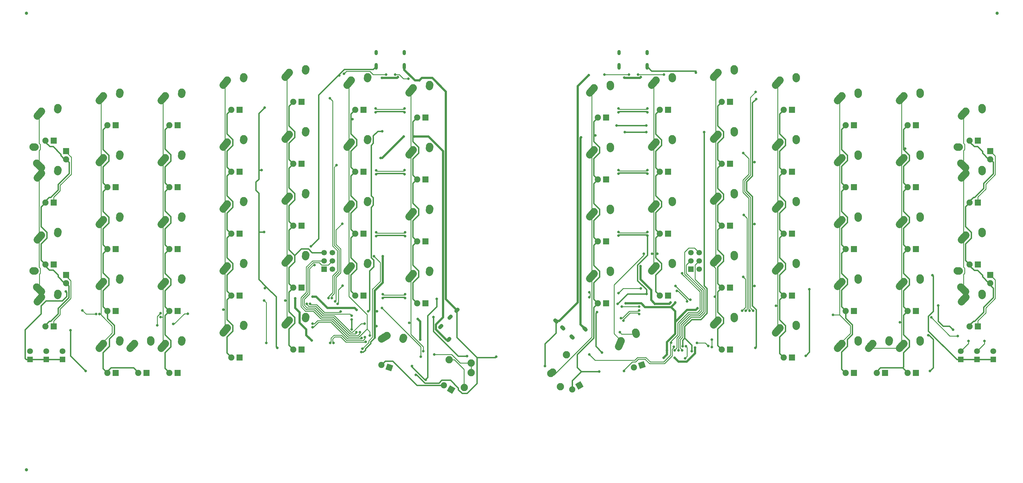
<source format=gtl>
G04 #@! TF.GenerationSoftware,KiCad,Pcbnew,(5.0.0)*
G04 #@! TF.CreationDate,2018-11-12T18:24:51-08:00*
G04 #@! TF.ProjectId,Orbit,4F726269742E6B696361645F70636200,rev?*
G04 #@! TF.SameCoordinates,Original*
G04 #@! TF.FileFunction,Copper,L1,Top,Signal*
G04 #@! TF.FilePolarity,Positive*
%FSLAX46Y46*%
G04 Gerber Fmt 4.6, Leading zero omitted, Abs format (unit mm)*
G04 Created by KiCad (PCBNEW (5.0.0)) date 11/12/18 18:24:51*
%MOMM*%
%LPD*%
G01*
G04 APERTURE LIST*
G04 #@! TA.AperFunction,ComponentPad*
%ADD10C,2.250000*%
G04 #@! TD*
G04 #@! TA.AperFunction,Conductor*
%ADD11C,2.250000*%
G04 #@! TD*
G04 #@! TA.AperFunction,ComponentPad*
%ADD12C,1.905000*%
G04 #@! TD*
G04 #@! TA.AperFunction,ComponentPad*
%ADD13R,1.905000X1.905000*%
G04 #@! TD*
G04 #@! TA.AperFunction,ComponentPad*
%ADD14O,1.000000X2.100000*%
G04 #@! TD*
G04 #@! TA.AperFunction,ComponentPad*
%ADD15O,1.000000X1.600000*%
G04 #@! TD*
G04 #@! TA.AperFunction,ComponentPad*
%ADD16C,1.800000*%
G04 #@! TD*
G04 #@! TA.AperFunction,ComponentPad*
%ADD17R,1.800000X1.800000*%
G04 #@! TD*
G04 #@! TA.AperFunction,ComponentPad*
%ADD18C,1.200000*%
G04 #@! TD*
G04 #@! TA.AperFunction,Conductor*
%ADD19C,1.200000*%
G04 #@! TD*
G04 #@! TA.AperFunction,Conductor*
%ADD20C,0.100000*%
G04 #@! TD*
G04 #@! TA.AperFunction,ComponentPad*
%ADD21C,1.700000*%
G04 #@! TD*
G04 #@! TA.AperFunction,ComponentPad*
%ADD22R,1.700000X1.700000*%
G04 #@! TD*
G04 #@! TA.AperFunction,BGAPad,CuDef*
%ADD23C,1.000000*%
G04 #@! TD*
G04 #@! TA.AperFunction,ViaPad*
%ADD24C,0.800000*%
G04 #@! TD*
G04 #@! TA.AperFunction,Conductor*
%ADD25C,0.381000*%
G04 #@! TD*
G04 #@! TA.AperFunction,Conductor*
%ADD26C,0.635000*%
G04 #@! TD*
G04 #@! TA.AperFunction,Conductor*
%ADD27C,0.254000*%
G04 #@! TD*
G04 APERTURE END LIST*
D10*
G04 #@! TO.P,MX3,2*
G04 #@! TO.N,Net-(D3-Pad2)*
X80307500Y-40453750D03*
D11*
G04 #@! TD*
G04 #@! TO.N,Net-(D3-Pad2)*
G04 #@! TO.C,MX3*
X80287500Y-40743750D02*
X80327500Y-40163750D01*
D10*
G04 #@! TO.P,MX3,2*
G04 #@! TO.N,Net-(D3-Pad2)*
X80327500Y-40163750D03*
G04 #@! TO.P,MX3,1*
G04 #@! TO.N,COL2*
X74632501Y-41973750D03*
D11*
G04 #@! TD*
G04 #@! TO.N,COL2*
G04 #@! TO.C,MX3*
X73977500Y-42703750D02*
X75287502Y-41243750D01*
D10*
G04 #@! TO.P,MX3,1*
G04 #@! TO.N,COL2*
X75287500Y-41243750D03*
D12*
G04 #@! TO.P,MX3,3*
G04 #@! TO.N,+5V*
X76517500Y-50323750D03*
D13*
G04 #@! TO.P,MX3,4*
G04 #@! TO.N,Net-(MX3-Pad4)*
X79057500Y-50323750D03*
G04 #@! TD*
G04 #@! TO.P,MX27,4*
G04 #@! TO.N,Net-(MX27-Pad4)*
X136207500Y-102711250D03*
D12*
G04 #@! TO.P,MX27,3*
G04 #@! TO.N,+5V*
X133667500Y-102711250D03*
D10*
G04 #@! TO.P,MX27,1*
G04 #@! TO.N,COL5*
X132437500Y-93631250D03*
X131782501Y-94361250D03*
D11*
G04 #@! TD*
G04 #@! TO.N,COL5*
G04 #@! TO.C,MX27*
X131127500Y-95091250D02*
X132437502Y-93631250D01*
D10*
G04 #@! TO.P,MX27,2*
G04 #@! TO.N,Net-(D27-Pad2)*
X137477500Y-92551250D03*
X137457500Y-92841250D03*
D11*
G04 #@! TD*
G04 #@! TO.N,Net-(D27-Pad2)*
G04 #@! TO.C,MX27*
X137437500Y-93131250D02*
X137477500Y-92551250D01*
D14*
G04 #@! TO.P,USB1,13*
G04 #@! TO.N,GND*
X140142500Y-32180000D03*
X148782500Y-32180000D03*
D15*
X140142500Y-28000000D03*
X148782500Y-28000000D03*
G04 #@! TD*
D14*
G04 #@! TO.P,USB2,13*
G04 #@! TO.N,GNDA*
X214755000Y-32180000D03*
X223395000Y-32180000D03*
D15*
X214755000Y-28000000D03*
X223395000Y-28000000D03*
G04 #@! TD*
D16*
G04 #@! TO.P,D35,2*
G04 #@! TO.N,Net-(D35-Pad2)*
X38712500Y-119886250D03*
D17*
G04 #@! TO.P,D35,1*
G04 #@! TO.N,GND*
X38712500Y-122426250D03*
G04 #@! TD*
D16*
G04 #@! TO.P,D70,2*
G04 #@! TO.N,Net-(D70-Pad2)*
X324825000Y-119886250D03*
D17*
G04 #@! TO.P,D70,1*
G04 #@! TO.N,GNDA*
X324825000Y-122426250D03*
G04 #@! TD*
D16*
G04 #@! TO.P,D71,2*
G04 #@! TO.N,Net-(D71-Pad2)*
X43712500Y-119886250D03*
D17*
G04 #@! TO.P,D71,1*
G04 #@! TO.N,GND*
X43712500Y-122426250D03*
G04 #@! TD*
D16*
G04 #@! TO.P,D72,2*
G04 #@! TO.N,Net-(D72-Pad2)*
X33712500Y-119886250D03*
D17*
G04 #@! TO.P,D72,1*
G04 #@! TO.N,GND*
X33712500Y-122426250D03*
G04 #@! TD*
D16*
G04 #@! TO.P,D73,2*
G04 #@! TO.N,Net-(D73-Pad2)*
X319825000Y-119886250D03*
D17*
G04 #@! TO.P,D73,1*
G04 #@! TO.N,GNDA*
X319825000Y-122426250D03*
G04 #@! TD*
D16*
G04 #@! TO.P,D74,2*
G04 #@! TO.N,Net-(D74-Pad2)*
X329825000Y-119886250D03*
D17*
G04 #@! TO.P,D74,1*
G04 #@! TO.N,GNDA*
X329825000Y-122426250D03*
G04 #@! TD*
D13*
G04 #@! TO.P,MX7,4*
G04 #@! TO.N,Net-(MX7-Pad4)*
X155257500Y-47942500D03*
D12*
G04 #@! TO.P,MX7,3*
G04 #@! TO.N,+5V*
X152717500Y-47942500D03*
D10*
G04 #@! TO.P,MX7,1*
G04 #@! TO.N,COL6*
X151487500Y-38862500D03*
X150832501Y-39592500D03*
D11*
G04 #@! TD*
G04 #@! TO.N,COL6*
G04 #@! TO.C,MX7*
X150177500Y-40322500D02*
X151487502Y-38862500D01*
D10*
G04 #@! TO.P,MX7,2*
G04 #@! TO.N,Net-(D7-Pad2)*
X156527500Y-37782500D03*
X156507500Y-38072500D03*
D11*
G04 #@! TD*
G04 #@! TO.N,Net-(D7-Pad2)*
G04 #@! TO.C,MX7*
X156487500Y-38362500D02*
X156527500Y-37782500D01*
D10*
G04 #@! TO.P,MX36,2*
G04 #@! TO.N,Net-(D37-Pad2)*
X231120000Y-35691250D03*
D11*
G04 #@! TD*
G04 #@! TO.N,Net-(D37-Pad2)*
G04 #@! TO.C,MX36*
X231100000Y-35981250D02*
X231140000Y-35401250D01*
D10*
G04 #@! TO.P,MX36,2*
G04 #@! TO.N,Net-(D37-Pad2)*
X231140000Y-35401250D03*
G04 #@! TO.P,MX36,1*
G04 #@! TO.N,COL1-R*
X225445001Y-37211250D03*
D11*
G04 #@! TD*
G04 #@! TO.N,COL1-R*
G04 #@! TO.C,MX36*
X224790000Y-37941250D02*
X226100002Y-36481250D01*
D10*
G04 #@! TO.P,MX36,1*
G04 #@! TO.N,COL1-R*
X226100000Y-36481250D03*
D12*
G04 #@! TO.P,MX36,3*
G04 #@! TO.N,+5VA*
X227330000Y-45561250D03*
D13*
G04 #@! TO.P,MX36,4*
G04 #@! TO.N,Net-(MX36-Pad4)*
X229870000Y-45561250D03*
G04 #@! TD*
D18*
G04 #@! TO.P,J1,1*
G04 #@! TO.N,GND*
X164918913Y-107291396D03*
D19*
G04 #@! TD*
G04 #@! TO.N,GND*
G04 #@! TO.C,J1*
X165131045Y-107079264D02*
X164706781Y-107503528D01*
D18*
G04 #@! TO.P,J1,2*
G04 #@! TO.N,SCL*
X162797593Y-109412717D03*
D19*
G04 #@! TD*
G04 #@! TO.N,SCL*
G04 #@! TO.C,J1*
X163009725Y-109200585D02*
X162585461Y-109624849D01*
D18*
G04 #@! TO.P,J1,3*
G04 #@! TO.N,SDA*
X159969165Y-112241144D03*
D19*
G04 #@! TD*
G04 #@! TO.N,SDA*
G04 #@! TO.C,J1*
X160181297Y-112029012D02*
X159757033Y-112453276D01*
D18*
G04 #@! TO.P,J1,4*
G04 #@! TO.N,+5V*
X162444039Y-116271652D03*
D19*
G04 #@! TD*
G04 #@! TO.N,+5V*
G04 #@! TO.C,J1*
X162656171Y-116059520D02*
X162231907Y-116483784D01*
D10*
G04 #@! TO.P,MX1,2*
G04 #@! TO.N,Net-(D1-Pad2)*
X42207500Y-45216250D03*
D11*
G04 #@! TD*
G04 #@! TO.N,Net-(D1-Pad2)*
G04 #@! TO.C,MX1*
X42187500Y-45506250D02*
X42227500Y-44926250D01*
D10*
G04 #@! TO.P,MX1,2*
G04 #@! TO.N,Net-(D1-Pad2)*
X42227500Y-44926250D03*
G04 #@! TO.P,MX1,1*
G04 #@! TO.N,COL0*
X36532501Y-46736250D03*
D11*
G04 #@! TD*
G04 #@! TO.N,COL0*
G04 #@! TO.C,MX1*
X35877500Y-47466250D02*
X37187502Y-46006250D01*
D10*
G04 #@! TO.P,MX1,1*
G04 #@! TO.N,COL0*
X37187500Y-46006250D03*
D12*
G04 #@! TO.P,MX1,3*
G04 #@! TO.N,+5V*
X38417500Y-55086250D03*
D13*
G04 #@! TO.P,MX1,4*
G04 #@! TO.N,Net-(MX1-Pad4)*
X40957500Y-55086250D03*
G04 #@! TD*
G04 #@! TO.P,MX2,4*
G04 #@! TO.N,Net-(MX2-Pad4)*
X60007500Y-50323750D03*
D12*
G04 #@! TO.P,MX2,3*
G04 #@! TO.N,+5V*
X57467500Y-50323750D03*
D10*
G04 #@! TO.P,MX2,1*
G04 #@! TO.N,COL1*
X56237500Y-41243750D03*
X55582501Y-41973750D03*
D11*
G04 #@! TD*
G04 #@! TO.N,COL1*
G04 #@! TO.C,MX2*
X54927500Y-42703750D02*
X56237502Y-41243750D01*
D10*
G04 #@! TO.P,MX2,2*
G04 #@! TO.N,Net-(D2-Pad2)*
X61277500Y-40163750D03*
X61257500Y-40453750D03*
D11*
G04 #@! TD*
G04 #@! TO.N,Net-(D2-Pad2)*
G04 #@! TO.C,MX2*
X61237500Y-40743750D02*
X61277500Y-40163750D01*
D10*
G04 #@! TO.P,MX4,2*
G04 #@! TO.N,Net-(D4-Pad2)*
X99357500Y-35691250D03*
D11*
G04 #@! TD*
G04 #@! TO.N,Net-(D4-Pad2)*
G04 #@! TO.C,MX4*
X99337500Y-35981250D02*
X99377500Y-35401250D01*
D10*
G04 #@! TO.P,MX4,2*
G04 #@! TO.N,Net-(D4-Pad2)*
X99377500Y-35401250D03*
G04 #@! TO.P,MX4,1*
G04 #@! TO.N,COL3*
X93682501Y-37211250D03*
D11*
G04 #@! TD*
G04 #@! TO.N,COL3*
G04 #@! TO.C,MX4*
X93027500Y-37941250D02*
X94337502Y-36481250D01*
D10*
G04 #@! TO.P,MX4,1*
G04 #@! TO.N,COL3*
X94337500Y-36481250D03*
D12*
G04 #@! TO.P,MX4,3*
G04 #@! TO.N,+5V*
X95567500Y-45561250D03*
D13*
G04 #@! TO.P,MX4,4*
G04 #@! TO.N,Net-(MX4-Pad4)*
X98107500Y-45561250D03*
G04 #@! TD*
G04 #@! TO.P,MX5,4*
G04 #@! TO.N,Net-(MX5-Pad4)*
X117157500Y-43180000D03*
D12*
G04 #@! TO.P,MX5,3*
G04 #@! TO.N,+5V*
X114617500Y-43180000D03*
D10*
G04 #@! TO.P,MX5,1*
G04 #@! TO.N,COL4*
X113387500Y-34100000D03*
X112732501Y-34830000D03*
D11*
G04 #@! TD*
G04 #@! TO.N,COL4*
G04 #@! TO.C,MX5*
X112077500Y-35560000D02*
X113387502Y-34100000D01*
D10*
G04 #@! TO.P,MX5,2*
G04 #@! TO.N,Net-(D5-Pad2)*
X118427500Y-33020000D03*
X118407500Y-33310000D03*
D11*
G04 #@! TD*
G04 #@! TO.N,Net-(D5-Pad2)*
G04 #@! TO.C,MX5*
X118387500Y-33600000D02*
X118427500Y-33020000D01*
D13*
G04 #@! TO.P,MX6,4*
G04 #@! TO.N,Net-(MX6-Pad4)*
X136207500Y-45561250D03*
D12*
G04 #@! TO.P,MX6,3*
G04 #@! TO.N,+5V*
X133667500Y-45561250D03*
D10*
G04 #@! TO.P,MX6,1*
G04 #@! TO.N,COL5*
X132437500Y-36481250D03*
X131782501Y-37211250D03*
D11*
G04 #@! TD*
G04 #@! TO.N,COL5*
G04 #@! TO.C,MX6*
X131127500Y-37941250D02*
X132437502Y-36481250D01*
D10*
G04 #@! TO.P,MX6,2*
G04 #@! TO.N,Net-(D6-Pad2)*
X137477500Y-35401250D03*
X137457500Y-35691250D03*
D11*
G04 #@! TD*
G04 #@! TO.N,Net-(D6-Pad2)*
G04 #@! TO.C,MX6*
X137437500Y-35981250D02*
X137477500Y-35401250D01*
D10*
G04 #@! TO.P,MX8,2*
G04 #@! TO.N,Net-(D8-Pad2)*
X42207500Y-64266250D03*
D11*
G04 #@! TD*
G04 #@! TO.N,Net-(D8-Pad2)*
G04 #@! TO.C,MX8*
X42187500Y-64556250D02*
X42227500Y-63976250D01*
D10*
G04 #@! TO.P,MX8,2*
G04 #@! TO.N,Net-(D8-Pad2)*
X42227500Y-63976250D03*
G04 #@! TO.P,MX8,1*
G04 #@! TO.N,COL0*
X36532501Y-65786250D03*
D11*
G04 #@! TD*
G04 #@! TO.N,COL0*
G04 #@! TO.C,MX8*
X35877500Y-66516250D02*
X37187502Y-65056250D01*
D10*
G04 #@! TO.P,MX8,1*
G04 #@! TO.N,COL0*
X37187500Y-65056250D03*
D12*
G04 #@! TO.P,MX8,3*
G04 #@! TO.N,+5V*
X38417500Y-74136250D03*
D13*
G04 #@! TO.P,MX8,4*
G04 #@! TO.N,Net-(MX8-Pad4)*
X40957500Y-74136250D03*
G04 #@! TD*
G04 #@! TO.P,MX9,4*
G04 #@! TO.N,Net-(MX9-Pad4)*
X60007500Y-69373750D03*
D12*
G04 #@! TO.P,MX9,3*
G04 #@! TO.N,+5V*
X57467500Y-69373750D03*
D10*
G04 #@! TO.P,MX9,1*
G04 #@! TO.N,COL1*
X56237500Y-60293750D03*
X55582501Y-61023750D03*
D11*
G04 #@! TD*
G04 #@! TO.N,COL1*
G04 #@! TO.C,MX9*
X54927500Y-61753750D02*
X56237502Y-60293750D01*
D10*
G04 #@! TO.P,MX9,2*
G04 #@! TO.N,Net-(D9-Pad2)*
X61277500Y-59213750D03*
X61257500Y-59503750D03*
D11*
G04 #@! TD*
G04 #@! TO.N,Net-(D9-Pad2)*
G04 #@! TO.C,MX9*
X61237500Y-59793750D02*
X61277500Y-59213750D01*
D10*
G04 #@! TO.P,MX10,2*
G04 #@! TO.N,Net-(D10-Pad2)*
X80307500Y-59503750D03*
D11*
G04 #@! TD*
G04 #@! TO.N,Net-(D10-Pad2)*
G04 #@! TO.C,MX10*
X80287500Y-59793750D02*
X80327500Y-59213750D01*
D10*
G04 #@! TO.P,MX10,2*
G04 #@! TO.N,Net-(D10-Pad2)*
X80327500Y-59213750D03*
G04 #@! TO.P,MX10,1*
G04 #@! TO.N,COL2*
X74632501Y-61023750D03*
D11*
G04 #@! TD*
G04 #@! TO.N,COL2*
G04 #@! TO.C,MX10*
X73977500Y-61753750D02*
X75287502Y-60293750D01*
D10*
G04 #@! TO.P,MX10,1*
G04 #@! TO.N,COL2*
X75287500Y-60293750D03*
D12*
G04 #@! TO.P,MX10,3*
G04 #@! TO.N,+5V*
X76517500Y-69373750D03*
D13*
G04 #@! TO.P,MX10,4*
G04 #@! TO.N,Net-(MX10-Pad4)*
X79057500Y-69373750D03*
G04 #@! TD*
G04 #@! TO.P,MX11,4*
G04 #@! TO.N,Net-(MX11-Pad4)*
X98107500Y-64611250D03*
D12*
G04 #@! TO.P,MX11,3*
G04 #@! TO.N,+5V*
X95567500Y-64611250D03*
D10*
G04 #@! TO.P,MX11,1*
G04 #@! TO.N,COL3*
X94337500Y-55531250D03*
X93682501Y-56261250D03*
D11*
G04 #@! TD*
G04 #@! TO.N,COL3*
G04 #@! TO.C,MX11*
X93027500Y-56991250D02*
X94337502Y-55531250D01*
D10*
G04 #@! TO.P,MX11,2*
G04 #@! TO.N,Net-(D11-Pad2)*
X99377500Y-54451250D03*
X99357500Y-54741250D03*
D11*
G04 #@! TD*
G04 #@! TO.N,Net-(D11-Pad2)*
G04 #@! TO.C,MX11*
X99337500Y-55031250D02*
X99377500Y-54451250D01*
D10*
G04 #@! TO.P,MX12,2*
G04 #@! TO.N,Net-(D12-Pad2)*
X118407500Y-52360000D03*
D11*
G04 #@! TD*
G04 #@! TO.N,Net-(D12-Pad2)*
G04 #@! TO.C,MX12*
X118387500Y-52650000D02*
X118427500Y-52070000D01*
D10*
G04 #@! TO.P,MX12,2*
G04 #@! TO.N,Net-(D12-Pad2)*
X118427500Y-52070000D03*
G04 #@! TO.P,MX12,1*
G04 #@! TO.N,COL4*
X112732501Y-53880000D03*
D11*
G04 #@! TD*
G04 #@! TO.N,COL4*
G04 #@! TO.C,MX12*
X112077500Y-54610000D02*
X113387502Y-53150000D01*
D10*
G04 #@! TO.P,MX12,1*
G04 #@! TO.N,COL4*
X113387500Y-53150000D03*
D12*
G04 #@! TO.P,MX12,3*
G04 #@! TO.N,+5V*
X114617500Y-62230000D03*
D13*
G04 #@! TO.P,MX12,4*
G04 #@! TO.N,Net-(MX12-Pad4)*
X117157500Y-62230000D03*
G04 #@! TD*
D10*
G04 #@! TO.P,MX13,2*
G04 #@! TO.N,Net-(D13-Pad2)*
X137457500Y-54741250D03*
D11*
G04 #@! TD*
G04 #@! TO.N,Net-(D13-Pad2)*
G04 #@! TO.C,MX13*
X137437500Y-55031250D02*
X137477500Y-54451250D01*
D10*
G04 #@! TO.P,MX13,2*
G04 #@! TO.N,Net-(D13-Pad2)*
X137477500Y-54451250D03*
G04 #@! TO.P,MX13,1*
G04 #@! TO.N,COL5*
X131782501Y-56261250D03*
D11*
G04 #@! TD*
G04 #@! TO.N,COL5*
G04 #@! TO.C,MX13*
X131127500Y-56991250D02*
X132437502Y-55531250D01*
D10*
G04 #@! TO.P,MX13,1*
G04 #@! TO.N,COL5*
X132437500Y-55531250D03*
D12*
G04 #@! TO.P,MX13,3*
G04 #@! TO.N,+5V*
X133667500Y-64611250D03*
D13*
G04 #@! TO.P,MX13,4*
G04 #@! TO.N,Net-(MX13-Pad4)*
X136207500Y-64611250D03*
G04 #@! TD*
G04 #@! TO.P,MX14,4*
G04 #@! TO.N,Net-(MX14-Pad4)*
X155257500Y-66992500D03*
D12*
G04 #@! TO.P,MX14,3*
G04 #@! TO.N,+5V*
X152717500Y-66992500D03*
D10*
G04 #@! TO.P,MX14,1*
G04 #@! TO.N,COL6*
X151487500Y-57912500D03*
X150832501Y-58642500D03*
D11*
G04 #@! TD*
G04 #@! TO.N,COL6*
G04 #@! TO.C,MX14*
X150177500Y-59372500D02*
X151487502Y-57912500D01*
D10*
G04 #@! TO.P,MX14,2*
G04 #@! TO.N,Net-(D14-Pad2)*
X156527500Y-56832500D03*
X156507500Y-57122500D03*
D11*
G04 #@! TD*
G04 #@! TO.N,Net-(D14-Pad2)*
G04 #@! TO.C,MX14*
X156487500Y-57412500D02*
X156527500Y-56832500D01*
D13*
G04 #@! TO.P,MX15,4*
G04 #@! TO.N,Net-(MX15-Pad4)*
X40957500Y-93186250D03*
D12*
G04 #@! TO.P,MX15,3*
G04 #@! TO.N,+5V*
X38417500Y-93186250D03*
D10*
G04 #@! TO.P,MX15,1*
G04 #@! TO.N,COL0*
X37187500Y-84106250D03*
X36532501Y-84836250D03*
D11*
G04 #@! TD*
G04 #@! TO.N,COL0*
G04 #@! TO.C,MX15*
X35877500Y-85566250D02*
X37187502Y-84106250D01*
D10*
G04 #@! TO.P,MX15,2*
G04 #@! TO.N,Net-(D15-Pad2)*
X42227500Y-83026250D03*
X42207500Y-83316250D03*
D11*
G04 #@! TD*
G04 #@! TO.N,Net-(D15-Pad2)*
G04 #@! TO.C,MX15*
X42187500Y-83606250D02*
X42227500Y-83026250D01*
D10*
G04 #@! TO.P,MX16,2*
G04 #@! TO.N,Net-(D16-Pad2)*
X61257500Y-78553750D03*
D11*
G04 #@! TD*
G04 #@! TO.N,Net-(D16-Pad2)*
G04 #@! TO.C,MX16*
X61237500Y-78843750D02*
X61277500Y-78263750D01*
D10*
G04 #@! TO.P,MX16,2*
G04 #@! TO.N,Net-(D16-Pad2)*
X61277500Y-78263750D03*
G04 #@! TO.P,MX16,1*
G04 #@! TO.N,COL1*
X55582501Y-80073750D03*
D11*
G04 #@! TD*
G04 #@! TO.N,COL1*
G04 #@! TO.C,MX16*
X54927500Y-80803750D02*
X56237502Y-79343750D01*
D10*
G04 #@! TO.P,MX16,1*
G04 #@! TO.N,COL1*
X56237500Y-79343750D03*
D12*
G04 #@! TO.P,MX16,3*
G04 #@! TO.N,+5V*
X57467500Y-88423750D03*
D13*
G04 #@! TO.P,MX16,4*
G04 #@! TO.N,Net-(MX16-Pad4)*
X60007500Y-88423750D03*
G04 #@! TD*
D10*
G04 #@! TO.P,MX17,2*
G04 #@! TO.N,Net-(D17-Pad2)*
X80307500Y-78553750D03*
D11*
G04 #@! TD*
G04 #@! TO.N,Net-(D17-Pad2)*
G04 #@! TO.C,MX17*
X80287500Y-78843750D02*
X80327500Y-78263750D01*
D10*
G04 #@! TO.P,MX17,2*
G04 #@! TO.N,Net-(D17-Pad2)*
X80327500Y-78263750D03*
G04 #@! TO.P,MX17,1*
G04 #@! TO.N,COL2*
X74632501Y-80073750D03*
D11*
G04 #@! TD*
G04 #@! TO.N,COL2*
G04 #@! TO.C,MX17*
X73977500Y-80803750D02*
X75287502Y-79343750D01*
D10*
G04 #@! TO.P,MX17,1*
G04 #@! TO.N,COL2*
X75287500Y-79343750D03*
D12*
G04 #@! TO.P,MX17,3*
G04 #@! TO.N,+5V*
X76517500Y-88423750D03*
D13*
G04 #@! TO.P,MX17,4*
G04 #@! TO.N,Net-(MX17-Pad4)*
X79057500Y-88423750D03*
G04 #@! TD*
D10*
G04 #@! TO.P,MX18,2*
G04 #@! TO.N,Net-(D18-Pad2)*
X99357500Y-73791250D03*
D11*
G04 #@! TD*
G04 #@! TO.N,Net-(D18-Pad2)*
G04 #@! TO.C,MX18*
X99337500Y-74081250D02*
X99377500Y-73501250D01*
D10*
G04 #@! TO.P,MX18,2*
G04 #@! TO.N,Net-(D18-Pad2)*
X99377500Y-73501250D03*
G04 #@! TO.P,MX18,1*
G04 #@! TO.N,COL3*
X93682501Y-75311250D03*
D11*
G04 #@! TD*
G04 #@! TO.N,COL3*
G04 #@! TO.C,MX18*
X93027500Y-76041250D02*
X94337502Y-74581250D01*
D10*
G04 #@! TO.P,MX18,1*
G04 #@! TO.N,COL3*
X94337500Y-74581250D03*
D12*
G04 #@! TO.P,MX18,3*
G04 #@! TO.N,+5V*
X95567500Y-83661250D03*
D13*
G04 #@! TO.P,MX18,4*
G04 #@! TO.N,Net-(MX18-Pad4)*
X98107500Y-83661250D03*
G04 #@! TD*
G04 #@! TO.P,MX19,4*
G04 #@! TO.N,Net-(MX19-Pad4)*
X117157500Y-81280000D03*
D12*
G04 #@! TO.P,MX19,3*
G04 #@! TO.N,+5V*
X114617500Y-81280000D03*
D10*
G04 #@! TO.P,MX19,1*
G04 #@! TO.N,COL4*
X113387500Y-72200000D03*
X112732501Y-72930000D03*
D11*
G04 #@! TD*
G04 #@! TO.N,COL4*
G04 #@! TO.C,MX19*
X112077500Y-73660000D02*
X113387502Y-72200000D01*
D10*
G04 #@! TO.P,MX19,2*
G04 #@! TO.N,Net-(D19-Pad2)*
X118427500Y-71120000D03*
X118407500Y-71410000D03*
D11*
G04 #@! TD*
G04 #@! TO.N,Net-(D19-Pad2)*
G04 #@! TO.C,MX19*
X118387500Y-71700000D02*
X118427500Y-71120000D01*
D13*
G04 #@! TO.P,MX20,4*
G04 #@! TO.N,Net-(MX20-Pad4)*
X136207500Y-83661250D03*
D12*
G04 #@! TO.P,MX20,3*
G04 #@! TO.N,+5V*
X133667500Y-83661250D03*
D10*
G04 #@! TO.P,MX20,1*
G04 #@! TO.N,COL5*
X132437500Y-74581250D03*
X131782501Y-75311250D03*
D11*
G04 #@! TD*
G04 #@! TO.N,COL5*
G04 #@! TO.C,MX20*
X131127500Y-76041250D02*
X132437502Y-74581250D01*
D10*
G04 #@! TO.P,MX20,2*
G04 #@! TO.N,Net-(D20-Pad2)*
X137477500Y-73501250D03*
X137457500Y-73791250D03*
D11*
G04 #@! TD*
G04 #@! TO.N,Net-(D20-Pad2)*
G04 #@! TO.C,MX20*
X137437500Y-74081250D02*
X137477500Y-73501250D01*
D10*
G04 #@! TO.P,MX21,2*
G04 #@! TO.N,Net-(D21-Pad2)*
X156507500Y-76172500D03*
D11*
G04 #@! TD*
G04 #@! TO.N,Net-(D21-Pad2)*
G04 #@! TO.C,MX21*
X156487500Y-76462500D02*
X156527500Y-75882500D01*
D10*
G04 #@! TO.P,MX21,2*
G04 #@! TO.N,Net-(D21-Pad2)*
X156527500Y-75882500D03*
G04 #@! TO.P,MX21,1*
G04 #@! TO.N,COL6*
X150832501Y-77692500D03*
D11*
G04 #@! TD*
G04 #@! TO.N,COL6*
G04 #@! TO.C,MX21*
X150177500Y-78422500D02*
X151487502Y-76962500D01*
D10*
G04 #@! TO.P,MX21,1*
G04 #@! TO.N,COL6*
X151487500Y-76962500D03*
D12*
G04 #@! TO.P,MX21,3*
G04 #@! TO.N,+5V*
X152717500Y-86042500D03*
D13*
G04 #@! TO.P,MX21,4*
G04 #@! TO.N,Net-(MX21-Pad4)*
X155257500Y-86042500D03*
G04 #@! TD*
D10*
G04 #@! TO.P,MX22,2*
G04 #@! TO.N,Net-(D22-Pad2)*
X42207500Y-102366250D03*
D11*
G04 #@! TD*
G04 #@! TO.N,Net-(D22-Pad2)*
G04 #@! TO.C,MX22*
X42187500Y-102656250D02*
X42227500Y-102076250D01*
D10*
G04 #@! TO.P,MX22,2*
G04 #@! TO.N,Net-(D22-Pad2)*
X42227500Y-102076250D03*
G04 #@! TO.P,MX22,1*
G04 #@! TO.N,COL0*
X36532501Y-103886250D03*
D11*
G04 #@! TD*
G04 #@! TO.N,COL0*
G04 #@! TO.C,MX22*
X35877500Y-104616250D02*
X37187502Y-103156250D01*
D10*
G04 #@! TO.P,MX22,1*
G04 #@! TO.N,COL0*
X37187500Y-103156250D03*
D12*
G04 #@! TO.P,MX22,3*
G04 #@! TO.N,+5V*
X38417500Y-112236250D03*
D13*
G04 #@! TO.P,MX22,4*
G04 #@! TO.N,Net-(MX22-Pad4)*
X40957500Y-112236250D03*
G04 #@! TD*
D10*
G04 #@! TO.P,MX23,2*
G04 #@! TO.N,Net-(D23-Pad2)*
X61257500Y-97603750D03*
D11*
G04 #@! TD*
G04 #@! TO.N,Net-(D23-Pad2)*
G04 #@! TO.C,MX23*
X61237500Y-97893750D02*
X61277500Y-97313750D01*
D10*
G04 #@! TO.P,MX23,2*
G04 #@! TO.N,Net-(D23-Pad2)*
X61277500Y-97313750D03*
G04 #@! TO.P,MX23,1*
G04 #@! TO.N,COL1*
X55582501Y-99123750D03*
D11*
G04 #@! TD*
G04 #@! TO.N,COL1*
G04 #@! TO.C,MX23*
X54927500Y-99853750D02*
X56237502Y-98393750D01*
D10*
G04 #@! TO.P,MX23,1*
G04 #@! TO.N,COL1*
X56237500Y-98393750D03*
D12*
G04 #@! TO.P,MX23,3*
G04 #@! TO.N,+5V*
X57467500Y-107473750D03*
D13*
G04 #@! TO.P,MX23,4*
G04 #@! TO.N,Net-(MX23-Pad4)*
X60007500Y-107473750D03*
G04 #@! TD*
D10*
G04 #@! TO.P,MX24,2*
G04 #@! TO.N,Net-(D24-Pad2)*
X80307500Y-97603750D03*
D11*
G04 #@! TD*
G04 #@! TO.N,Net-(D24-Pad2)*
G04 #@! TO.C,MX24*
X80287500Y-97893750D02*
X80327500Y-97313750D01*
D10*
G04 #@! TO.P,MX24,2*
G04 #@! TO.N,Net-(D24-Pad2)*
X80327500Y-97313750D03*
G04 #@! TO.P,MX24,1*
G04 #@! TO.N,COL2*
X74632501Y-99123750D03*
D11*
G04 #@! TD*
G04 #@! TO.N,COL2*
G04 #@! TO.C,MX24*
X73977500Y-99853750D02*
X75287502Y-98393750D01*
D10*
G04 #@! TO.P,MX24,1*
G04 #@! TO.N,COL2*
X75287500Y-98393750D03*
D12*
G04 #@! TO.P,MX24,3*
G04 #@! TO.N,+5V*
X76517500Y-107473750D03*
D13*
G04 #@! TO.P,MX24,4*
G04 #@! TO.N,Net-(MX24-Pad4)*
X79057500Y-107473750D03*
G04 #@! TD*
G04 #@! TO.P,MX25,4*
G04 #@! TO.N,Net-(MX25-Pad4)*
X98107500Y-102711250D03*
D12*
G04 #@! TO.P,MX25,3*
G04 #@! TO.N,+5V*
X95567500Y-102711250D03*
D10*
G04 #@! TO.P,MX25,1*
G04 #@! TO.N,COL3*
X94337500Y-93631250D03*
X93682501Y-94361250D03*
D11*
G04 #@! TD*
G04 #@! TO.N,COL3*
G04 #@! TO.C,MX25*
X93027500Y-95091250D02*
X94337502Y-93631250D01*
D10*
G04 #@! TO.P,MX25,2*
G04 #@! TO.N,Net-(D25-Pad2)*
X99377500Y-92551250D03*
X99357500Y-92841250D03*
D11*
G04 #@! TD*
G04 #@! TO.N,Net-(D25-Pad2)*
G04 #@! TO.C,MX25*
X99337500Y-93131250D02*
X99377500Y-92551250D01*
D10*
G04 #@! TO.P,MX26,2*
G04 #@! TO.N,Net-(D26-Pad2)*
X118407500Y-90460000D03*
D11*
G04 #@! TD*
G04 #@! TO.N,Net-(D26-Pad2)*
G04 #@! TO.C,MX26*
X118387500Y-90750000D02*
X118427500Y-90170000D01*
D10*
G04 #@! TO.P,MX26,2*
G04 #@! TO.N,Net-(D26-Pad2)*
X118427500Y-90170000D03*
G04 #@! TO.P,MX26,1*
G04 #@! TO.N,COL4*
X112732501Y-91980000D03*
D11*
G04 #@! TD*
G04 #@! TO.N,COL4*
G04 #@! TO.C,MX26*
X112077500Y-92710000D02*
X113387502Y-91250000D01*
D10*
G04 #@! TO.P,MX26,1*
G04 #@! TO.N,COL4*
X113387500Y-91250000D03*
D12*
G04 #@! TO.P,MX26,3*
G04 #@! TO.N,+5V*
X114617500Y-100330000D03*
D13*
G04 #@! TO.P,MX26,4*
G04 #@! TO.N,Net-(MX26-Pad4)*
X117157500Y-100330000D03*
G04 #@! TD*
G04 #@! TO.P,MX28,4*
G04 #@! TO.N,Net-(MX28-Pad4)*
X155257500Y-105092500D03*
D12*
G04 #@! TO.P,MX28,3*
G04 #@! TO.N,+5V*
X152717500Y-105092500D03*
D10*
G04 #@! TO.P,MX28,1*
G04 #@! TO.N,COL6*
X151487500Y-96012500D03*
X150832501Y-96742500D03*
D11*
G04 #@! TD*
G04 #@! TO.N,COL6*
G04 #@! TO.C,MX28*
X150177500Y-97472500D02*
X151487502Y-96012500D01*
D10*
G04 #@! TO.P,MX28,2*
G04 #@! TO.N,Net-(D28-Pad2)*
X156527500Y-94932500D03*
X156507500Y-95222500D03*
D11*
G04 #@! TD*
G04 #@! TO.N,Net-(D28-Pad2)*
G04 #@! TO.C,MX28*
X156487500Y-95512500D02*
X156527500Y-94932500D01*
D10*
G04 #@! TO.P,MX29,2*
G04 #@! TO.N,Net-(D29-Pad2)*
X61257500Y-116653750D03*
D11*
G04 #@! TD*
G04 #@! TO.N,Net-(D29-Pad2)*
G04 #@! TO.C,MX29*
X61237500Y-116943750D02*
X61277500Y-116363750D01*
D10*
G04 #@! TO.P,MX29,2*
G04 #@! TO.N,Net-(D29-Pad2)*
X61277500Y-116363750D03*
G04 #@! TO.P,MX29,1*
G04 #@! TO.N,COL1*
X55582501Y-118173750D03*
D11*
G04 #@! TD*
G04 #@! TO.N,COL1*
G04 #@! TO.C,MX29*
X54927500Y-118903750D02*
X56237502Y-117443750D01*
D10*
G04 #@! TO.P,MX29,1*
G04 #@! TO.N,COL1*
X56237500Y-117443750D03*
D12*
G04 #@! TO.P,MX29,3*
G04 #@! TO.N,+5V*
X57467500Y-126523750D03*
D13*
G04 #@! TO.P,MX29,4*
G04 #@! TO.N,Net-(MX29-Pad4)*
X60007500Y-126523750D03*
G04 #@! TD*
G04 #@! TO.P,MX30,4*
G04 #@! TO.N,Net-(MX30-Pad4)*
X79057500Y-126523750D03*
D12*
G04 #@! TO.P,MX30,3*
G04 #@! TO.N,+5V*
X76517500Y-126523750D03*
D10*
G04 #@! TO.P,MX30,1*
G04 #@! TO.N,COL2*
X75287500Y-117443750D03*
X74632501Y-118173750D03*
D11*
G04 #@! TD*
G04 #@! TO.N,COL2*
G04 #@! TO.C,MX30*
X73977500Y-118903750D02*
X75287502Y-117443750D01*
D10*
G04 #@! TO.P,MX30,2*
G04 #@! TO.N,Net-(D30-Pad2)*
X80327500Y-116363750D03*
X80307500Y-116653750D03*
D11*
G04 #@! TD*
G04 #@! TO.N,Net-(D30-Pad2)*
G04 #@! TO.C,MX30*
X80287500Y-116943750D02*
X80327500Y-116363750D01*
D10*
G04 #@! TO.P,MX31,2*
G04 #@! TO.N,Net-(D31-Pad2)*
X99357500Y-111891250D03*
D11*
G04 #@! TD*
G04 #@! TO.N,Net-(D31-Pad2)*
G04 #@! TO.C,MX31*
X99337500Y-112181250D02*
X99377500Y-111601250D01*
D10*
G04 #@! TO.P,MX31,2*
G04 #@! TO.N,Net-(D31-Pad2)*
X99377500Y-111601250D03*
G04 #@! TO.P,MX31,1*
G04 #@! TO.N,COL3*
X93682501Y-113411250D03*
D11*
G04 #@! TD*
G04 #@! TO.N,COL3*
G04 #@! TO.C,MX31*
X93027500Y-114141250D02*
X94337502Y-112681250D01*
D10*
G04 #@! TO.P,MX31,1*
G04 #@! TO.N,COL3*
X94337500Y-112681250D03*
D12*
G04 #@! TO.P,MX31,3*
G04 #@! TO.N,+5V*
X95567500Y-121761250D03*
D13*
G04 #@! TO.P,MX31,4*
G04 #@! TO.N,Net-(MX31-Pad4)*
X98107500Y-121761250D03*
G04 #@! TD*
G04 #@! TO.P,MX32,4*
G04 #@! TO.N,Net-(MX32-Pad4)*
X117157500Y-119380000D03*
D12*
G04 #@! TO.P,MX32,3*
G04 #@! TO.N,+5V*
X114617500Y-119380000D03*
D10*
G04 #@! TO.P,MX32,1*
G04 #@! TO.N,COL4*
X113387500Y-110300000D03*
X112732501Y-111030000D03*
D11*
G04 #@! TD*
G04 #@! TO.N,COL4*
G04 #@! TO.C,MX32*
X112077500Y-111760000D02*
X113387502Y-110300000D01*
D10*
G04 #@! TO.P,MX32,2*
G04 #@! TO.N,Net-(D32-Pad2)*
X118427500Y-109220000D03*
X118407500Y-109510000D03*
D11*
G04 #@! TD*
G04 #@! TO.N,Net-(D32-Pad2)*
G04 #@! TO.C,MX32*
X118387500Y-109800000D02*
X118427500Y-109220000D01*
D12*
G04 #@! TO.P,MX33,4*
G04 #@! TO.N,Net-(MX33-Pad4)*
X144164035Y-124857819D03*
D20*
G04 #@! TD*
G04 #@! TO.N,Net-(MX33-Pad4)*
G04 #@! TO.C,MX33*
G36*
X142963815Y-125469362D02*
X143552492Y-123657599D01*
X145364255Y-124246276D01*
X144775578Y-126058039D01*
X142963815Y-125469362D01*
X142963815Y-125469362D01*
G37*
D12*
G04 #@! TO.P,MX33,3*
G04 #@! TO.N,+5V*
X141748352Y-124072916D03*
D10*
G04 #@! TO.P,MX33,1*
G04 #@! TO.N,COL5*
X143384427Y-115057230D03*
X142535903Y-115549097D03*
D11*
G04 #@! TD*
G04 #@! TO.N,COL5*
G04 #@! TO.C,MX33*
X141687378Y-116040962D02*
X143384428Y-115057232D01*
D10*
G04 #@! TO.P,MX33,2*
G04 #@! TO.N,Net-(D33-Pad2)*
X148511490Y-115587536D03*
X148402854Y-115857162D03*
D11*
G04 #@! TD*
G04 #@! TO.N,Net-(D33-Pad2)*
G04 #@! TO.C,MX33*
X148294218Y-116126788D02*
X148511490Y-115587536D01*
D21*
G04 #@! TO.P,J2,1*
G04 #@! TO.N,MISO*
X126682500Y-89535000D03*
G04 #@! TO.P,J2,2*
G04 #@! TO.N,+5V*
X124142500Y-89534999D03*
G04 #@! TO.P,J2,3*
G04 #@! TO.N,SCK*
X126682500Y-92075000D03*
G04 #@! TO.P,J2,4*
G04 #@! TO.N,MOSI*
X124142500Y-92075000D03*
G04 #@! TO.P,J2,5*
G04 #@! TO.N,RESET*
X126682500Y-94615001D03*
D22*
G04 #@! TO.P,J2,6*
G04 #@! TO.N,GND*
X124142500Y-94615000D03*
G04 #@! TD*
D18*
G04 #@! TO.P,J11,1*
G04 #@! TO.N,GNDA*
X195365896Y-110544087D03*
D19*
G04 #@! TD*
G04 #@! TO.N,GNDA*
G04 #@! TO.C,J11*
X195153764Y-110331955D02*
X195578028Y-110756219D01*
D18*
G04 #@! TO.P,J11,2*
G04 #@! TO.N,SCL-R*
X197487216Y-112665408D03*
D19*
G04 #@! TD*
G04 #@! TO.N,SCL-R*
G04 #@! TO.C,J11*
X197275084Y-112453276D02*
X197699348Y-112877540D01*
D18*
G04 #@! TO.P,J11,3*
G04 #@! TO.N,SDA-R*
X200315644Y-115493835D03*
D19*
G04 #@! TD*
G04 #@! TO.N,SDA-R*
G04 #@! TO.C,J11*
X200103512Y-115281703D02*
X200527776Y-115705967D01*
D18*
G04 #@! TO.P,J11,4*
G04 #@! TO.N,+5VA*
X204346152Y-113018961D03*
D19*
G04 #@! TD*
G04 #@! TO.N,+5VA*
G04 #@! TO.C,J11*
X204134020Y-112806829D02*
X204558284Y-113231093D01*
D21*
G04 #@! TO.P,J12,1*
G04 #@! TO.N,MISO-R*
X239395000Y-89534999D03*
G04 #@! TO.P,J12,2*
G04 #@! TO.N,+5VA*
X236855000Y-89535000D03*
G04 #@! TO.P,J12,3*
G04 #@! TO.N,SCK-R*
X239395000Y-92075000D03*
G04 #@! TO.P,J12,4*
G04 #@! TO.N,MOSI-R*
X236855000Y-92075000D03*
G04 #@! TO.P,J12,5*
G04 #@! TO.N,RESET-R*
X239395000Y-94615000D03*
D22*
G04 #@! TO.P,J12,6*
G04 #@! TO.N,GNDA*
X236855000Y-94615001D03*
G04 #@! TD*
D13*
G04 #@! TO.P,MX35,4*
G04 #@! TO.N,Net-(MX35-Pad4)*
X210820000Y-47942500D03*
D12*
G04 #@! TO.P,MX35,3*
G04 #@! TO.N,+5VA*
X208280000Y-47942500D03*
D10*
G04 #@! TO.P,MX35,1*
G04 #@! TO.N,COL0-R*
X207050000Y-38862500D03*
X206395001Y-39592500D03*
D11*
G04 #@! TD*
G04 #@! TO.N,COL0-R*
G04 #@! TO.C,MX35*
X205740000Y-40322500D02*
X207050002Y-38862500D01*
D10*
G04 #@! TO.P,MX35,2*
G04 #@! TO.N,Net-(D36-Pad2)*
X212090000Y-37782500D03*
X212070000Y-38072500D03*
D11*
G04 #@! TD*
G04 #@! TO.N,Net-(D36-Pad2)*
G04 #@! TO.C,MX35*
X212050000Y-38362500D02*
X212090000Y-37782500D01*
D10*
G04 #@! TO.P,MX37,2*
G04 #@! TO.N,Net-(D38-Pad2)*
X250170000Y-33310000D03*
D11*
G04 #@! TD*
G04 #@! TO.N,Net-(D38-Pad2)*
G04 #@! TO.C,MX37*
X250150000Y-33600000D02*
X250190000Y-33020000D01*
D10*
G04 #@! TO.P,MX37,2*
G04 #@! TO.N,Net-(D38-Pad2)*
X250190000Y-33020000D03*
G04 #@! TO.P,MX37,1*
G04 #@! TO.N,COL2-R*
X244495001Y-34830000D03*
D11*
G04 #@! TD*
G04 #@! TO.N,COL2-R*
G04 #@! TO.C,MX37*
X243840000Y-35560000D02*
X245150002Y-34100000D01*
D10*
G04 #@! TO.P,MX37,1*
G04 #@! TO.N,COL2-R*
X245150000Y-34100000D03*
D12*
G04 #@! TO.P,MX37,3*
G04 #@! TO.N,+5VA*
X246380000Y-43180000D03*
D13*
G04 #@! TO.P,MX37,4*
G04 #@! TO.N,Net-(MX37-Pad4)*
X248920000Y-43180000D03*
G04 #@! TD*
G04 #@! TO.P,MX38,4*
G04 #@! TO.N,Net-(MX38-Pad4)*
X267970000Y-45561250D03*
D12*
G04 #@! TO.P,MX38,3*
G04 #@! TO.N,+5VA*
X265430000Y-45561250D03*
D10*
G04 #@! TO.P,MX38,1*
G04 #@! TO.N,COL3-R*
X264200000Y-36481250D03*
X263545001Y-37211250D03*
D11*
G04 #@! TD*
G04 #@! TO.N,COL3-R*
G04 #@! TO.C,MX38*
X262890000Y-37941250D02*
X264200002Y-36481250D01*
D10*
G04 #@! TO.P,MX38,2*
G04 #@! TO.N,Net-(D39-Pad2)*
X269240000Y-35401250D03*
X269220000Y-35691250D03*
D11*
G04 #@! TD*
G04 #@! TO.N,Net-(D39-Pad2)*
G04 #@! TO.C,MX38*
X269200000Y-35981250D02*
X269240000Y-35401250D01*
D13*
G04 #@! TO.P,MX39,4*
G04 #@! TO.N,Net-(MX39-Pad4)*
X287020000Y-50323750D03*
D12*
G04 #@! TO.P,MX39,3*
G04 #@! TO.N,+5VA*
X284480000Y-50323750D03*
D10*
G04 #@! TO.P,MX39,1*
G04 #@! TO.N,COL4-R*
X283250000Y-41243750D03*
X282595001Y-41973750D03*
D11*
G04 #@! TD*
G04 #@! TO.N,COL4-R*
G04 #@! TO.C,MX39*
X281940000Y-42703750D02*
X283250002Y-41243750D01*
D10*
G04 #@! TO.P,MX39,2*
G04 #@! TO.N,Net-(D40-Pad2)*
X288290000Y-40163750D03*
X288270000Y-40453750D03*
D11*
G04 #@! TD*
G04 #@! TO.N,Net-(D40-Pad2)*
G04 #@! TO.C,MX39*
X288250000Y-40743750D02*
X288290000Y-40163750D01*
D10*
G04 #@! TO.P,MX40,2*
G04 #@! TO.N,Net-(D41-Pad2)*
X307320000Y-40453750D03*
D11*
G04 #@! TD*
G04 #@! TO.N,Net-(D41-Pad2)*
G04 #@! TO.C,MX40*
X307300000Y-40743750D02*
X307340000Y-40163750D01*
D10*
G04 #@! TO.P,MX40,2*
G04 #@! TO.N,Net-(D41-Pad2)*
X307340000Y-40163750D03*
G04 #@! TO.P,MX40,1*
G04 #@! TO.N,COL5-R*
X301645001Y-41973750D03*
D11*
G04 #@! TD*
G04 #@! TO.N,COL5-R*
G04 #@! TO.C,MX40*
X300990000Y-42703750D02*
X302300002Y-41243750D01*
D10*
G04 #@! TO.P,MX40,1*
G04 #@! TO.N,COL5-R*
X302300000Y-41243750D03*
D12*
G04 #@! TO.P,MX40,3*
G04 #@! TO.N,+5VA*
X303530000Y-50323750D03*
D13*
G04 #@! TO.P,MX40,4*
G04 #@! TO.N,Net-(MX40-Pad4)*
X306070000Y-50323750D03*
G04 #@! TD*
G04 #@! TO.P,MX41,4*
G04 #@! TO.N,Net-(MX41-Pad4)*
X325120000Y-55086250D03*
D12*
G04 #@! TO.P,MX41,3*
G04 #@! TO.N,+5VA*
X322580000Y-55086250D03*
D10*
G04 #@! TO.P,MX41,1*
G04 #@! TO.N,COL6-R*
X321350000Y-46006250D03*
X320695001Y-46736250D03*
D11*
G04 #@! TD*
G04 #@! TO.N,COL6-R*
G04 #@! TO.C,MX41*
X320040000Y-47466250D02*
X321350002Y-46006250D01*
D10*
G04 #@! TO.P,MX41,2*
G04 #@! TO.N,Net-(D42-Pad2)*
X326390000Y-44926250D03*
X326370000Y-45216250D03*
D11*
G04 #@! TD*
G04 #@! TO.N,Net-(D42-Pad2)*
G04 #@! TO.C,MX41*
X326350000Y-45506250D02*
X326390000Y-44926250D01*
D10*
G04 #@! TO.P,MX42,2*
G04 #@! TO.N,Net-(D43-Pad2)*
X212070000Y-57122500D03*
D11*
G04 #@! TD*
G04 #@! TO.N,Net-(D43-Pad2)*
G04 #@! TO.C,MX42*
X212050000Y-57412500D02*
X212090000Y-56832500D01*
D10*
G04 #@! TO.P,MX42,2*
G04 #@! TO.N,Net-(D43-Pad2)*
X212090000Y-56832500D03*
G04 #@! TO.P,MX42,1*
G04 #@! TO.N,COL0-R*
X206395001Y-58642500D03*
D11*
G04 #@! TD*
G04 #@! TO.N,COL0-R*
G04 #@! TO.C,MX42*
X205740000Y-59372500D02*
X207050002Y-57912500D01*
D10*
G04 #@! TO.P,MX42,1*
G04 #@! TO.N,COL0-R*
X207050000Y-57912500D03*
D12*
G04 #@! TO.P,MX42,3*
G04 #@! TO.N,+5VA*
X208280000Y-66992500D03*
D13*
G04 #@! TO.P,MX42,4*
G04 #@! TO.N,Net-(MX42-Pad4)*
X210820000Y-66992500D03*
G04 #@! TD*
G04 #@! TO.P,MX43,4*
G04 #@! TO.N,Net-(MX43-Pad4)*
X229870000Y-64611250D03*
D12*
G04 #@! TO.P,MX43,3*
G04 #@! TO.N,+5VA*
X227330000Y-64611250D03*
D10*
G04 #@! TO.P,MX43,1*
G04 #@! TO.N,COL1-R*
X226100000Y-55531250D03*
X225445001Y-56261250D03*
D11*
G04 #@! TD*
G04 #@! TO.N,COL1-R*
G04 #@! TO.C,MX43*
X224790000Y-56991250D02*
X226100002Y-55531250D01*
D10*
G04 #@! TO.P,MX43,2*
G04 #@! TO.N,Net-(D44-Pad2)*
X231140000Y-54451250D03*
X231120000Y-54741250D03*
D11*
G04 #@! TD*
G04 #@! TO.N,Net-(D44-Pad2)*
G04 #@! TO.C,MX43*
X231100000Y-55031250D02*
X231140000Y-54451250D01*
D13*
G04 #@! TO.P,MX44,4*
G04 #@! TO.N,Net-(MX44-Pad4)*
X248920000Y-62230000D03*
D12*
G04 #@! TO.P,MX44,3*
G04 #@! TO.N,+5VA*
X246380000Y-62230000D03*
D10*
G04 #@! TO.P,MX44,1*
G04 #@! TO.N,COL2-R*
X245150000Y-53150000D03*
X244495001Y-53880000D03*
D11*
G04 #@! TD*
G04 #@! TO.N,COL2-R*
G04 #@! TO.C,MX44*
X243840000Y-54610000D02*
X245150002Y-53150000D01*
D10*
G04 #@! TO.P,MX44,2*
G04 #@! TO.N,Net-(D45-Pad2)*
X250190000Y-52070000D03*
X250170000Y-52360000D03*
D11*
G04 #@! TD*
G04 #@! TO.N,Net-(D45-Pad2)*
G04 #@! TO.C,MX44*
X250150000Y-52650000D02*
X250190000Y-52070000D01*
D10*
G04 #@! TO.P,MX45,2*
G04 #@! TO.N,Net-(D46-Pad2)*
X269220000Y-54741250D03*
D11*
G04 #@! TD*
G04 #@! TO.N,Net-(D46-Pad2)*
G04 #@! TO.C,MX45*
X269200000Y-55031250D02*
X269240000Y-54451250D01*
D10*
G04 #@! TO.P,MX45,2*
G04 #@! TO.N,Net-(D46-Pad2)*
X269240000Y-54451250D03*
G04 #@! TO.P,MX45,1*
G04 #@! TO.N,COL3-R*
X263545001Y-56261250D03*
D11*
G04 #@! TD*
G04 #@! TO.N,COL3-R*
G04 #@! TO.C,MX45*
X262890000Y-56991250D02*
X264200002Y-55531250D01*
D10*
G04 #@! TO.P,MX45,1*
G04 #@! TO.N,COL3-R*
X264200000Y-55531250D03*
D12*
G04 #@! TO.P,MX45,3*
G04 #@! TO.N,+5VA*
X265430000Y-64611250D03*
D13*
G04 #@! TO.P,MX45,4*
G04 #@! TO.N,Net-(MX45-Pad4)*
X267970000Y-64611250D03*
G04 #@! TD*
G04 #@! TO.P,MX46,4*
G04 #@! TO.N,Net-(MX46-Pad4)*
X287020000Y-69373750D03*
D12*
G04 #@! TO.P,MX46,3*
G04 #@! TO.N,+5VA*
X284480000Y-69373750D03*
D10*
G04 #@! TO.P,MX46,1*
G04 #@! TO.N,COL4-R*
X283250000Y-60293750D03*
X282595001Y-61023750D03*
D11*
G04 #@! TD*
G04 #@! TO.N,COL4-R*
G04 #@! TO.C,MX46*
X281940000Y-61753750D02*
X283250002Y-60293750D01*
D10*
G04 #@! TO.P,MX46,2*
G04 #@! TO.N,Net-(D47-Pad2)*
X288290000Y-59213750D03*
X288270000Y-59503750D03*
D11*
G04 #@! TD*
G04 #@! TO.N,Net-(D47-Pad2)*
G04 #@! TO.C,MX46*
X288250000Y-59793750D02*
X288290000Y-59213750D01*
D10*
G04 #@! TO.P,MX47,2*
G04 #@! TO.N,Net-(D48-Pad2)*
X307320000Y-59503750D03*
D11*
G04 #@! TD*
G04 #@! TO.N,Net-(D48-Pad2)*
G04 #@! TO.C,MX47*
X307300000Y-59793750D02*
X307340000Y-59213750D01*
D10*
G04 #@! TO.P,MX47,2*
G04 #@! TO.N,Net-(D48-Pad2)*
X307340000Y-59213750D03*
G04 #@! TO.P,MX47,1*
G04 #@! TO.N,COL5-R*
X301645001Y-61023750D03*
D11*
G04 #@! TD*
G04 #@! TO.N,COL5-R*
G04 #@! TO.C,MX47*
X300990000Y-61753750D02*
X302300002Y-60293750D01*
D10*
G04 #@! TO.P,MX47,1*
G04 #@! TO.N,COL5-R*
X302300000Y-60293750D03*
D12*
G04 #@! TO.P,MX47,3*
G04 #@! TO.N,+5VA*
X303530000Y-69373750D03*
D13*
G04 #@! TO.P,MX47,4*
G04 #@! TO.N,Net-(MX47-Pad4)*
X306070000Y-69373750D03*
G04 #@! TD*
G04 #@! TO.P,MX48,4*
G04 #@! TO.N,Net-(MX48-Pad4)*
X325120000Y-74136250D03*
D12*
G04 #@! TO.P,MX48,3*
G04 #@! TO.N,+5VA*
X322580000Y-74136250D03*
D10*
G04 #@! TO.P,MX48,1*
G04 #@! TO.N,COL6-R*
X321350000Y-65056250D03*
X320695001Y-65786250D03*
D11*
G04 #@! TD*
G04 #@! TO.N,COL6-R*
G04 #@! TO.C,MX48*
X320040000Y-66516250D02*
X321350002Y-65056250D01*
D10*
G04 #@! TO.P,MX48,2*
G04 #@! TO.N,Net-(D49-Pad2)*
X326390000Y-63976250D03*
X326370000Y-64266250D03*
D11*
G04 #@! TD*
G04 #@! TO.N,Net-(D49-Pad2)*
G04 #@! TO.C,MX48*
X326350000Y-64556250D02*
X326390000Y-63976250D01*
D10*
G04 #@! TO.P,MX49,2*
G04 #@! TO.N,Net-(D50-Pad2)*
X212070000Y-76172500D03*
D11*
G04 #@! TD*
G04 #@! TO.N,Net-(D50-Pad2)*
G04 #@! TO.C,MX49*
X212050000Y-76462500D02*
X212090000Y-75882500D01*
D10*
G04 #@! TO.P,MX49,2*
G04 #@! TO.N,Net-(D50-Pad2)*
X212090000Y-75882500D03*
G04 #@! TO.P,MX49,1*
G04 #@! TO.N,COL0-R*
X206395001Y-77692500D03*
D11*
G04 #@! TD*
G04 #@! TO.N,COL0-R*
G04 #@! TO.C,MX49*
X205740000Y-78422500D02*
X207050002Y-76962500D01*
D10*
G04 #@! TO.P,MX49,1*
G04 #@! TO.N,COL0-R*
X207050000Y-76962500D03*
D12*
G04 #@! TO.P,MX49,3*
G04 #@! TO.N,+5VA*
X208280000Y-86042500D03*
D13*
G04 #@! TO.P,MX49,4*
G04 #@! TO.N,Net-(MX49-Pad4)*
X210820000Y-86042500D03*
G04 #@! TD*
D10*
G04 #@! TO.P,MX50,2*
G04 #@! TO.N,Net-(D51-Pad2)*
X231120000Y-73791250D03*
D11*
G04 #@! TD*
G04 #@! TO.N,Net-(D51-Pad2)*
G04 #@! TO.C,MX50*
X231100000Y-74081250D02*
X231140000Y-73501250D01*
D10*
G04 #@! TO.P,MX50,2*
G04 #@! TO.N,Net-(D51-Pad2)*
X231140000Y-73501250D03*
G04 #@! TO.P,MX50,1*
G04 #@! TO.N,COL1-R*
X225445001Y-75311250D03*
D11*
G04 #@! TD*
G04 #@! TO.N,COL1-R*
G04 #@! TO.C,MX50*
X224790000Y-76041250D02*
X226100002Y-74581250D01*
D10*
G04 #@! TO.P,MX50,1*
G04 #@! TO.N,COL1-R*
X226100000Y-74581250D03*
D12*
G04 #@! TO.P,MX50,3*
G04 #@! TO.N,+5VA*
X227330000Y-83661250D03*
D13*
G04 #@! TO.P,MX50,4*
G04 #@! TO.N,Net-(MX50-Pad4)*
X229870000Y-83661250D03*
G04 #@! TD*
G04 #@! TO.P,MX51,4*
G04 #@! TO.N,Net-(MX51-Pad4)*
X248920000Y-81280000D03*
D12*
G04 #@! TO.P,MX51,3*
G04 #@! TO.N,+5VA*
X246380000Y-81280000D03*
D10*
G04 #@! TO.P,MX51,1*
G04 #@! TO.N,COL2-R*
X245150000Y-72200000D03*
X244495001Y-72930000D03*
D11*
G04 #@! TD*
G04 #@! TO.N,COL2-R*
G04 #@! TO.C,MX51*
X243840000Y-73660000D02*
X245150002Y-72200000D01*
D10*
G04 #@! TO.P,MX51,2*
G04 #@! TO.N,Net-(D52-Pad2)*
X250190000Y-71120000D03*
X250170000Y-71410000D03*
D11*
G04 #@! TD*
G04 #@! TO.N,Net-(D52-Pad2)*
G04 #@! TO.C,MX51*
X250150000Y-71700000D02*
X250190000Y-71120000D01*
D10*
G04 #@! TO.P,MX52,2*
G04 #@! TO.N,Net-(D53-Pad2)*
X269220000Y-73791250D03*
D11*
G04 #@! TD*
G04 #@! TO.N,Net-(D53-Pad2)*
G04 #@! TO.C,MX52*
X269200000Y-74081250D02*
X269240000Y-73501250D01*
D10*
G04 #@! TO.P,MX52,2*
G04 #@! TO.N,Net-(D53-Pad2)*
X269240000Y-73501250D03*
G04 #@! TO.P,MX52,1*
G04 #@! TO.N,COL3-R*
X263545001Y-75311250D03*
D11*
G04 #@! TD*
G04 #@! TO.N,COL3-R*
G04 #@! TO.C,MX52*
X262890000Y-76041250D02*
X264200002Y-74581250D01*
D10*
G04 #@! TO.P,MX52,1*
G04 #@! TO.N,COL3-R*
X264200000Y-74581250D03*
D12*
G04 #@! TO.P,MX52,3*
G04 #@! TO.N,+5VA*
X265430000Y-83661250D03*
D13*
G04 #@! TO.P,MX52,4*
G04 #@! TO.N,Net-(MX52-Pad4)*
X267970000Y-83661250D03*
G04 #@! TD*
D10*
G04 #@! TO.P,MX53,2*
G04 #@! TO.N,Net-(D54-Pad2)*
X288270000Y-78553750D03*
D11*
G04 #@! TD*
G04 #@! TO.N,Net-(D54-Pad2)*
G04 #@! TO.C,MX53*
X288250000Y-78843750D02*
X288290000Y-78263750D01*
D10*
G04 #@! TO.P,MX53,2*
G04 #@! TO.N,Net-(D54-Pad2)*
X288290000Y-78263750D03*
G04 #@! TO.P,MX53,1*
G04 #@! TO.N,COL4-R*
X282595001Y-80073750D03*
D11*
G04 #@! TD*
G04 #@! TO.N,COL4-R*
G04 #@! TO.C,MX53*
X281940000Y-80803750D02*
X283250002Y-79343750D01*
D10*
G04 #@! TO.P,MX53,1*
G04 #@! TO.N,COL4-R*
X283250000Y-79343750D03*
D12*
G04 #@! TO.P,MX53,3*
G04 #@! TO.N,+5VA*
X284480000Y-88423750D03*
D13*
G04 #@! TO.P,MX53,4*
G04 #@! TO.N,Net-(MX53-Pad4)*
X287020000Y-88423750D03*
G04 #@! TD*
G04 #@! TO.P,MX54,4*
G04 #@! TO.N,Net-(MX54-Pad4)*
X306070000Y-88423750D03*
D12*
G04 #@! TO.P,MX54,3*
G04 #@! TO.N,+5VA*
X303530000Y-88423750D03*
D10*
G04 #@! TO.P,MX54,1*
G04 #@! TO.N,COL5-R*
X302300000Y-79343750D03*
X301645001Y-80073750D03*
D11*
G04 #@! TD*
G04 #@! TO.N,COL5-R*
G04 #@! TO.C,MX54*
X300990000Y-80803750D02*
X302300002Y-79343750D01*
D10*
G04 #@! TO.P,MX54,2*
G04 #@! TO.N,Net-(D55-Pad2)*
X307340000Y-78263750D03*
X307320000Y-78553750D03*
D11*
G04 #@! TD*
G04 #@! TO.N,Net-(D55-Pad2)*
G04 #@! TO.C,MX54*
X307300000Y-78843750D02*
X307340000Y-78263750D01*
D10*
G04 #@! TO.P,MX55,2*
G04 #@! TO.N,Net-(D56-Pad2)*
X326370000Y-83316250D03*
D11*
G04 #@! TD*
G04 #@! TO.N,Net-(D56-Pad2)*
G04 #@! TO.C,MX55*
X326350000Y-83606250D02*
X326390000Y-83026250D01*
D10*
G04 #@! TO.P,MX55,2*
G04 #@! TO.N,Net-(D56-Pad2)*
X326390000Y-83026250D03*
G04 #@! TO.P,MX55,1*
G04 #@! TO.N,COL6-R*
X320695001Y-84836250D03*
D11*
G04 #@! TD*
G04 #@! TO.N,COL6-R*
G04 #@! TO.C,MX55*
X320040000Y-85566250D02*
X321350002Y-84106250D01*
D10*
G04 #@! TO.P,MX55,1*
G04 #@! TO.N,COL6-R*
X321350000Y-84106250D03*
D12*
G04 #@! TO.P,MX55,3*
G04 #@! TO.N,+5VA*
X322580000Y-93186250D03*
D13*
G04 #@! TO.P,MX55,4*
G04 #@! TO.N,Net-(MX55-Pad4)*
X325120000Y-93186250D03*
G04 #@! TD*
G04 #@! TO.P,MX56,4*
G04 #@! TO.N,Net-(MX56-Pad4)*
X210820000Y-105092500D03*
D12*
G04 #@! TO.P,MX56,3*
G04 #@! TO.N,+5VA*
X208280000Y-105092500D03*
D10*
G04 #@! TO.P,MX56,1*
G04 #@! TO.N,COL0-R*
X207050000Y-96012500D03*
X206395001Y-96742500D03*
D11*
G04 #@! TD*
G04 #@! TO.N,COL0-R*
G04 #@! TO.C,MX56*
X205740000Y-97472500D02*
X207050002Y-96012500D01*
D10*
G04 #@! TO.P,MX56,2*
G04 #@! TO.N,Net-(D57-Pad2)*
X212090000Y-94932500D03*
X212070000Y-95222500D03*
D11*
G04 #@! TD*
G04 #@! TO.N,Net-(D57-Pad2)*
G04 #@! TO.C,MX56*
X212050000Y-95512500D02*
X212090000Y-94932500D01*
D10*
G04 #@! TO.P,MX57,2*
G04 #@! TO.N,Net-(D58-Pad2)*
X231120000Y-92841250D03*
D11*
G04 #@! TD*
G04 #@! TO.N,Net-(D58-Pad2)*
G04 #@! TO.C,MX57*
X231100000Y-93131250D02*
X231140000Y-92551250D01*
D10*
G04 #@! TO.P,MX57,2*
G04 #@! TO.N,Net-(D58-Pad2)*
X231140000Y-92551250D03*
G04 #@! TO.P,MX57,1*
G04 #@! TO.N,COL1-R*
X225445001Y-94361250D03*
D11*
G04 #@! TD*
G04 #@! TO.N,COL1-R*
G04 #@! TO.C,MX57*
X224790000Y-95091250D02*
X226100002Y-93631250D01*
D10*
G04 #@! TO.P,MX57,1*
G04 #@! TO.N,COL1-R*
X226100000Y-93631250D03*
D12*
G04 #@! TO.P,MX57,3*
G04 #@! TO.N,+5VA*
X227330000Y-102711250D03*
D13*
G04 #@! TO.P,MX57,4*
G04 #@! TO.N,Net-(MX57-Pad4)*
X229870000Y-102711250D03*
G04 #@! TD*
G04 #@! TO.P,MX58,4*
G04 #@! TO.N,Net-(MX58-Pad4)*
X248920000Y-100330000D03*
D12*
G04 #@! TO.P,MX58,3*
G04 #@! TO.N,+5VA*
X246380000Y-100330000D03*
D10*
G04 #@! TO.P,MX58,1*
G04 #@! TO.N,COL2-R*
X245150000Y-91250000D03*
X244495001Y-91980000D03*
D11*
G04 #@! TD*
G04 #@! TO.N,COL2-R*
G04 #@! TO.C,MX58*
X243840000Y-92710000D02*
X245150002Y-91250000D01*
D10*
G04 #@! TO.P,MX58,2*
G04 #@! TO.N,Net-(D59-Pad2)*
X250190000Y-90170000D03*
X250170000Y-90460000D03*
D11*
G04 #@! TD*
G04 #@! TO.N,Net-(D59-Pad2)*
G04 #@! TO.C,MX58*
X250150000Y-90750000D02*
X250190000Y-90170000D01*
D10*
G04 #@! TO.P,MX59,2*
G04 #@! TO.N,Net-(D60-Pad2)*
X269220000Y-92841250D03*
D11*
G04 #@! TD*
G04 #@! TO.N,Net-(D60-Pad2)*
G04 #@! TO.C,MX59*
X269200000Y-93131250D02*
X269240000Y-92551250D01*
D10*
G04 #@! TO.P,MX59,2*
G04 #@! TO.N,Net-(D60-Pad2)*
X269240000Y-92551250D03*
G04 #@! TO.P,MX59,1*
G04 #@! TO.N,COL3-R*
X263545001Y-94361250D03*
D11*
G04 #@! TD*
G04 #@! TO.N,COL3-R*
G04 #@! TO.C,MX59*
X262890000Y-95091250D02*
X264200002Y-93631250D01*
D10*
G04 #@! TO.P,MX59,1*
G04 #@! TO.N,COL3-R*
X264200000Y-93631250D03*
D12*
G04 #@! TO.P,MX59,3*
G04 #@! TO.N,+5VA*
X265430000Y-102711250D03*
D13*
G04 #@! TO.P,MX59,4*
G04 #@! TO.N,Net-(MX59-Pad4)*
X267970000Y-102711250D03*
G04 #@! TD*
G04 #@! TO.P,MX60,4*
G04 #@! TO.N,Net-(MX60-Pad4)*
X287020000Y-107473750D03*
D12*
G04 #@! TO.P,MX60,3*
G04 #@! TO.N,+5VA*
X284480000Y-107473750D03*
D10*
G04 #@! TO.P,MX60,1*
G04 #@! TO.N,COL4-R*
X283250000Y-98393750D03*
X282595001Y-99123750D03*
D11*
G04 #@! TD*
G04 #@! TO.N,COL4-R*
G04 #@! TO.C,MX60*
X281940000Y-99853750D02*
X283250002Y-98393750D01*
D10*
G04 #@! TO.P,MX60,2*
G04 #@! TO.N,Net-(D61-Pad2)*
X288290000Y-97313750D03*
X288270000Y-97603750D03*
D11*
G04 #@! TD*
G04 #@! TO.N,Net-(D61-Pad2)*
G04 #@! TO.C,MX60*
X288250000Y-97893750D02*
X288290000Y-97313750D01*
D10*
G04 #@! TO.P,MX61,2*
G04 #@! TO.N,Net-(D62-Pad2)*
X307320000Y-97603750D03*
D11*
G04 #@! TD*
G04 #@! TO.N,Net-(D62-Pad2)*
G04 #@! TO.C,MX61*
X307300000Y-97893750D02*
X307340000Y-97313750D01*
D10*
G04 #@! TO.P,MX61,2*
G04 #@! TO.N,Net-(D62-Pad2)*
X307340000Y-97313750D03*
G04 #@! TO.P,MX61,1*
G04 #@! TO.N,COL5-R*
X301645001Y-99123750D03*
D11*
G04 #@! TD*
G04 #@! TO.N,COL5-R*
G04 #@! TO.C,MX61*
X300990000Y-99853750D02*
X302300002Y-98393750D01*
D10*
G04 #@! TO.P,MX61,1*
G04 #@! TO.N,COL5-R*
X302300000Y-98393750D03*
D12*
G04 #@! TO.P,MX61,3*
G04 #@! TO.N,+5VA*
X303530000Y-107473750D03*
D13*
G04 #@! TO.P,MX61,4*
G04 #@! TO.N,Net-(MX61-Pad4)*
X306070000Y-107473750D03*
G04 #@! TD*
G04 #@! TO.P,MX62,4*
G04 #@! TO.N,Net-(MX62-Pad4)*
X325120000Y-112236250D03*
D12*
G04 #@! TO.P,MX62,3*
G04 #@! TO.N,+5VA*
X322580000Y-112236250D03*
D10*
G04 #@! TO.P,MX62,1*
G04 #@! TO.N,COL6-R*
X321350000Y-103156250D03*
X320695001Y-103886250D03*
D11*
G04 #@! TD*
G04 #@! TO.N,COL6-R*
G04 #@! TO.C,MX62*
X320040000Y-104616250D02*
X321350002Y-103156250D01*
D10*
G04 #@! TO.P,MX62,2*
G04 #@! TO.N,Net-(D63-Pad2)*
X326390000Y-102076250D03*
X326370000Y-102366250D03*
D11*
G04 #@! TD*
G04 #@! TO.N,Net-(D63-Pad2)*
G04 #@! TO.C,MX62*
X326350000Y-102656250D02*
X326390000Y-102076250D01*
D12*
G04 #@! TO.P,MX64,4*
G04 #@! TO.N,Net-(MX64-Pad4)*
X221789148Y-124072916D03*
D20*
G04 #@! TD*
G04 #@! TO.N,Net-(MX64-Pad4)*
G04 #@! TO.C,MX64*
G36*
X221177605Y-125273136D02*
X220588928Y-123461373D01*
X222400691Y-122872696D01*
X222989368Y-124684459D01*
X221177605Y-125273136D01*
X221177605Y-125273136D01*
G37*
D12*
G04 #@! TO.P,MX64,3*
G04 #@! TO.N,+5VA*
X219373465Y-124857819D03*
D10*
G04 #@! TO.P,MX64,1*
G04 #@! TO.N,COL1-R*
X215397791Y-116602316D03*
X215000432Y-117498994D03*
D11*
G04 #@! TD*
G04 #@! TO.N,COL1-R*
G04 #@! TO.C,MX64*
X214603072Y-118395671D02*
X215397792Y-116602317D01*
D10*
G04 #@! TO.P,MX64,2*
G04 #@! TO.N,Net-(D65-Pad2)*
X219857377Y-114017730D03*
X219927971Y-114299716D03*
D11*
G04 #@! TD*
G04 #@! TO.N,Net-(D65-Pad2)*
G04 #@! TO.C,MX64*
X219998565Y-114581703D02*
X219857377Y-114017729D01*
D13*
G04 #@! TO.P,MX65,4*
G04 #@! TO.N,Net-(MX65-Pad4)*
X248920000Y-119380000D03*
D12*
G04 #@! TO.P,MX65,3*
G04 #@! TO.N,+5VA*
X246380000Y-119380000D03*
D10*
G04 #@! TO.P,MX65,1*
G04 #@! TO.N,COL2-R*
X245150000Y-110300000D03*
X244495001Y-111030000D03*
D11*
G04 #@! TD*
G04 #@! TO.N,COL2-R*
G04 #@! TO.C,MX65*
X243840000Y-111760000D02*
X245150002Y-110300000D01*
D10*
G04 #@! TO.P,MX65,2*
G04 #@! TO.N,Net-(D66-Pad2)*
X250190000Y-109220000D03*
X250170000Y-109510000D03*
D11*
G04 #@! TD*
G04 #@! TO.N,Net-(D66-Pad2)*
G04 #@! TO.C,MX65*
X250150000Y-109800000D02*
X250190000Y-109220000D01*
D10*
G04 #@! TO.P,MX66,2*
G04 #@! TO.N,Net-(D67-Pad2)*
X269220000Y-111891250D03*
D11*
G04 #@! TD*
G04 #@! TO.N,Net-(D67-Pad2)*
G04 #@! TO.C,MX66*
X269200000Y-112181250D02*
X269240000Y-111601250D01*
D10*
G04 #@! TO.P,MX66,2*
G04 #@! TO.N,Net-(D67-Pad2)*
X269240000Y-111601250D03*
G04 #@! TO.P,MX66,1*
G04 #@! TO.N,COL3-R*
X263545001Y-113411250D03*
D11*
G04 #@! TD*
G04 #@! TO.N,COL3-R*
G04 #@! TO.C,MX66*
X262890000Y-114141250D02*
X264200002Y-112681250D01*
D10*
G04 #@! TO.P,MX66,1*
G04 #@! TO.N,COL3-R*
X264200000Y-112681250D03*
D12*
G04 #@! TO.P,MX66,3*
G04 #@! TO.N,+5VA*
X265430000Y-121761250D03*
D13*
G04 #@! TO.P,MX66,4*
G04 #@! TO.N,Net-(MX66-Pad4)*
X267970000Y-121761250D03*
G04 #@! TD*
D10*
G04 #@! TO.P,MX67,2*
G04 #@! TO.N,Net-(D68-Pad2)*
X288270000Y-116653750D03*
D11*
G04 #@! TD*
G04 #@! TO.N,Net-(D68-Pad2)*
G04 #@! TO.C,MX67*
X288250000Y-116943750D02*
X288290000Y-116363750D01*
D10*
G04 #@! TO.P,MX67,2*
G04 #@! TO.N,Net-(D68-Pad2)*
X288290000Y-116363750D03*
G04 #@! TO.P,MX67,1*
G04 #@! TO.N,COL4-R*
X282595001Y-118173750D03*
D11*
G04 #@! TD*
G04 #@! TO.N,COL4-R*
G04 #@! TO.C,MX67*
X281940000Y-118903750D02*
X283250002Y-117443750D01*
D10*
G04 #@! TO.P,MX67,1*
G04 #@! TO.N,COL4-R*
X283250000Y-117443750D03*
D12*
G04 #@! TO.P,MX67,3*
G04 #@! TO.N,+5VA*
X284480000Y-126523750D03*
D13*
G04 #@! TO.P,MX67,4*
G04 #@! TO.N,Net-(MX67-Pad4)*
X287020000Y-126523750D03*
G04 #@! TD*
D10*
G04 #@! TO.P,MX68,2*
G04 #@! TO.N,Net-(D69-Pad2)*
X307320000Y-116653750D03*
D11*
G04 #@! TD*
G04 #@! TO.N,Net-(D69-Pad2)*
G04 #@! TO.C,MX68*
X307300000Y-116943750D02*
X307340000Y-116363750D01*
D10*
G04 #@! TO.P,MX68,2*
G04 #@! TO.N,Net-(D69-Pad2)*
X307340000Y-116363750D03*
G04 #@! TO.P,MX68,1*
G04 #@! TO.N,COL5-R*
X301645001Y-118173750D03*
D11*
G04 #@! TD*
G04 #@! TO.N,COL5-R*
G04 #@! TO.C,MX68*
X300990000Y-118903750D02*
X302300002Y-117443750D01*
D10*
G04 #@! TO.P,MX68,1*
G04 #@! TO.N,COL5-R*
X302300000Y-117443750D03*
D12*
G04 #@! TO.P,MX68,3*
G04 #@! TO.N,+5VA*
X303530000Y-126523750D03*
D13*
G04 #@! TO.P,MX68,4*
G04 #@! TO.N,Net-(MX68-Pad4)*
X306070000Y-126523750D03*
G04 #@! TD*
G04 #@! TO.P,MXE-1,4*
G04 #@! TO.N,Net-(MX8-Pad4)*
X44767500Y-58261250D03*
D12*
G04 #@! TO.P,MXE-1,3*
G04 #@! TO.N,+5V*
X44767500Y-60801250D03*
D10*
G04 #@! TO.P,MXE-1,1*
G04 #@! TO.N,COL0*
X35687500Y-62031250D03*
X36417500Y-62686249D03*
D11*
G04 #@! TD*
G04 #@! TO.N,COL0*
G04 #@! TO.C,MXE-1*
X37147500Y-63341250D02*
X35687500Y-62031248D01*
D10*
G04 #@! TO.P,MXE-1,2*
G04 #@! TO.N,Net-(D8-Pad2)*
X34607500Y-56991250D03*
X34897500Y-57011250D03*
D11*
G04 #@! TD*
G04 #@! TO.N,Net-(D8-Pad2)*
G04 #@! TO.C,MXE-1*
X35187500Y-57031250D02*
X34607500Y-56991250D01*
D10*
G04 #@! TO.P,MXE-2,2*
G04 #@! TO.N,Net-(D22-Pad2)*
X34897500Y-95111250D03*
D11*
G04 #@! TD*
G04 #@! TO.N,Net-(D22-Pad2)*
G04 #@! TO.C,MXE-2*
X35187500Y-95131250D02*
X34607500Y-95091250D01*
D10*
G04 #@! TO.P,MXE-2,2*
G04 #@! TO.N,Net-(D22-Pad2)*
X34607500Y-95091250D03*
G04 #@! TO.P,MXE-2,1*
G04 #@! TO.N,COL0*
X36417500Y-100786249D03*
D11*
G04 #@! TD*
G04 #@! TO.N,COL0*
G04 #@! TO.C,MXE-2*
X37147500Y-101441250D02*
X35687500Y-100131248D01*
D10*
G04 #@! TO.P,MXE-2,1*
G04 #@! TO.N,COL0*
X35687500Y-100131250D03*
D12*
G04 #@! TO.P,MXE-2,3*
G04 #@! TO.N,+5V*
X44767500Y-98901250D03*
D13*
G04 #@! TO.P,MXE-2,4*
G04 #@! TO.N,Net-(MX22-Pad4)*
X44767500Y-96361250D03*
G04 #@! TD*
D10*
G04 #@! TO.P,MXE-3,2*
G04 #@! TO.N,Net-(D29-Pad2)*
X70782500Y-116653750D03*
D11*
G04 #@! TD*
G04 #@! TO.N,Net-(D29-Pad2)*
G04 #@! TO.C,MXE-3*
X70762500Y-116943750D02*
X70802500Y-116363750D01*
D10*
G04 #@! TO.P,MXE-3,2*
G04 #@! TO.N,Net-(D29-Pad2)*
X70802500Y-116363750D03*
G04 #@! TO.P,MXE-3,1*
G04 #@! TO.N,COL1*
X65107501Y-118173750D03*
D11*
G04 #@! TD*
G04 #@! TO.N,COL1*
G04 #@! TO.C,MXE-3*
X64452500Y-118903750D02*
X65762502Y-117443750D01*
D10*
G04 #@! TO.P,MXE-3,1*
G04 #@! TO.N,COL1*
X65762500Y-117443750D03*
D12*
G04 #@! TO.P,MXE-3,3*
G04 #@! TO.N,+5V*
X66992500Y-126523750D03*
D13*
G04 #@! TO.P,MXE-3,4*
G04 #@! TO.N,Net-(MX29-Pad4)*
X69532500Y-126523750D03*
G04 #@! TD*
D10*
G04 #@! TO.P,MXE-4,2*
G04 #@! TO.N,Net-(D49-Pad2)*
X319060000Y-57011250D03*
D11*
G04 #@! TD*
G04 #@! TO.N,Net-(D49-Pad2)*
G04 #@! TO.C,MXE-4*
X319350000Y-57031250D02*
X318770000Y-56991250D01*
D10*
G04 #@! TO.P,MXE-4,2*
G04 #@! TO.N,Net-(D49-Pad2)*
X318770000Y-56991250D03*
G04 #@! TO.P,MXE-4,1*
G04 #@! TO.N,COL6-R*
X320580000Y-62686249D03*
D11*
G04 #@! TD*
G04 #@! TO.N,COL6-R*
G04 #@! TO.C,MXE-4*
X321310000Y-63341250D02*
X319850000Y-62031248D01*
D10*
G04 #@! TO.P,MXE-4,1*
G04 #@! TO.N,COL6-R*
X319850000Y-62031250D03*
D12*
G04 #@! TO.P,MXE-4,3*
G04 #@! TO.N,+5VA*
X328930000Y-60801250D03*
D13*
G04 #@! TO.P,MXE-4,4*
G04 #@! TO.N,Net-(MX48-Pad4)*
X328930000Y-58261250D03*
G04 #@! TD*
G04 #@! TO.P,MXE-5,4*
G04 #@! TO.N,Net-(MX62-Pad4)*
X328930000Y-96361250D03*
D12*
G04 #@! TO.P,MXE-5,3*
G04 #@! TO.N,+5VA*
X328930000Y-98901250D03*
D10*
G04 #@! TO.P,MXE-5,1*
G04 #@! TO.N,COL6-R*
X319850000Y-100131250D03*
X320580000Y-100786249D03*
D11*
G04 #@! TD*
G04 #@! TO.N,COL6-R*
G04 #@! TO.C,MXE-5*
X321310000Y-101441250D02*
X319850000Y-100131248D01*
D10*
G04 #@! TO.P,MXE-5,2*
G04 #@! TO.N,Net-(D63-Pad2)*
X318770000Y-95091250D03*
X319060000Y-95111250D03*
D11*
G04 #@! TD*
G04 #@! TO.N,Net-(D63-Pad2)*
G04 #@! TO.C,MXE-5*
X319350000Y-95131250D02*
X318770000Y-95091250D01*
D10*
G04 #@! TO.P,MXE-6,2*
G04 #@! TO.N,Net-(D69-Pad2)*
X297795000Y-116653750D03*
D11*
G04 #@! TD*
G04 #@! TO.N,Net-(D69-Pad2)*
G04 #@! TO.C,MXE-6*
X297775000Y-116943750D02*
X297815000Y-116363750D01*
D10*
G04 #@! TO.P,MXE-6,2*
G04 #@! TO.N,Net-(D69-Pad2)*
X297815000Y-116363750D03*
G04 #@! TO.P,MXE-6,1*
G04 #@! TO.N,COL5-R*
X292120001Y-118173750D03*
D11*
G04 #@! TD*
G04 #@! TO.N,COL5-R*
G04 #@! TO.C,MXE-6*
X291465000Y-118903750D02*
X292775002Y-117443750D01*
D10*
G04 #@! TO.P,MXE-6,1*
G04 #@! TO.N,COL5-R*
X292775000Y-117443750D03*
D12*
G04 #@! TO.P,MXE-6,3*
G04 #@! TO.N,+5VA*
X294005000Y-126523750D03*
D13*
G04 #@! TO.P,MXE-6,4*
G04 #@! TO.N,Net-(MX68-Pad4)*
X296545000Y-126523750D03*
G04 #@! TD*
D10*
G04 #@! TO.P,MXA1,1*
G04 #@! TO.N,Net-(D34-Pad2)*
X169306102Y-126453936D03*
G04 #@! TO.P,MXA1,2*
G04 #@! TO.N,COL6*
X167239114Y-131034064D03*
G04 #@! TD*
G04 #@! TO.P,MXA2,2*
G04 #@! TO.N,COL0-R*
X193798387Y-126703936D03*
G04 #@! TO.P,MXA2,1*
G04 #@! TO.N,Net-(D64-Pad2)*
X196731398Y-130784064D03*
G04 #@! TD*
G04 #@! TO.P,MX34,2*
G04 #@! TO.N,Net-(D34-Pad2)*
X169331705Y-123489591D03*
G04 #@! TO.P,MX34,1*
G04 #@! TO.N,COL6*
X162562443Y-122514295D03*
D12*
G04 #@! TO.P,MX34,3*
G04 #@! TO.N,+5V*
X160952148Y-130383409D03*
G04 #@! TO.P,MX34,4*
G04 #@! TO.N,Net-(MX34-Pad4)*
X163151852Y-131653409D03*
D20*
G04 #@! TD*
G04 #@! TO.N,Net-(MX34-Pad4)*
G04 #@! TO.C,MX34*
G36*
X161850713Y-132002048D02*
X162803213Y-130352270D01*
X164452991Y-131304770D01*
X163500491Y-132954548D01*
X161850713Y-132002048D01*
X161850713Y-132002048D01*
G37*
D12*
G04 #@! TO.P,MX63,4*
G04 #@! TO.N,Net-(MX63-Pad4)*
X202585352Y-130383409D03*
D20*
G04 #@! TD*
G04 #@! TO.N,Net-(MX63-Pad4)*
G04 #@! TO.C,MX63*
G36*
X202236713Y-131684548D02*
X201284213Y-130034770D01*
X202933991Y-129082270D01*
X203886491Y-130732048D01*
X202236713Y-131684548D01*
X202236713Y-131684548D01*
G37*
D12*
G04 #@! TO.P,MX63,3*
G04 #@! TO.N,+5VA*
X200385648Y-131653409D03*
D10*
G04 #@! TO.P,MX63,1*
G04 #@! TO.N,COL0-R*
X194375943Y-126324295D03*
G04 #@! TO.P,MX63,2*
G04 #@! TO.N,Net-(D64-Pad2)*
X198605205Y-120949591D03*
G04 #@! TD*
D23*
G04 #@! TO.P,FID1,~*
G04 #@! TO.N,N/C*
X32543750Y-15875000D03*
G04 #@! TD*
G04 #@! TO.P,FID2,~*
G04 #@! TO.N,N/C*
X330993750Y-15875000D03*
G04 #@! TD*
G04 #@! TO.P,FID3,~*
G04 #@! TO.N,N/C*
X32543750Y-156368750D03*
G04 #@! TD*
D24*
G04 #@! TO.N,GND*
X177038000Y-121539000D03*
X128778000Y-35052000D03*
X153416000Y-36576000D03*
X152273000Y-127127000D03*
X120015000Y-87630000D03*
X44704000Y-101473000D03*
G04 #@! TO.N,+5V*
X132842000Y-48514000D03*
X134112000Y-107188000D03*
X123825000Y-105283000D03*
X120269000Y-116586000D03*
X115189000Y-103632000D03*
X120523000Y-103124000D03*
X141478000Y-60452000D03*
X148590000Y-53848000D03*
X151892000Y-53848000D03*
X135509000Y-120142000D03*
X140208000Y-112141000D03*
X152908000Y-109982000D03*
X153670000Y-116332000D03*
X157734000Y-109347000D03*
X168021000Y-121412000D03*
X140335000Y-107569000D03*
X142113000Y-90678000D03*
G04 #@! TO.N,ROW0*
X148844000Y-45212000D03*
X139954000Y-45212000D03*
X125857000Y-42037000D03*
X125476000Y-103505000D03*
G04 #@! TO.N,ROW1*
X140081000Y-64262000D03*
X148844000Y-64135000D03*
X127889000Y-62611000D03*
X126492000Y-103505000D03*
G04 #@! TO.N,ROW2*
X148971000Y-83312000D03*
X140081000Y-83312000D03*
X129667000Y-80645000D03*
X127508000Y-104521000D03*
G04 #@! TO.N,ROW3*
X148971000Y-102362000D03*
X129794000Y-99695000D03*
X128270000Y-105283000D03*
X142113000Y-102362000D03*
G04 #@! TO.N,ROW4*
X106299000Y-117348000D03*
X153797000Y-121539000D03*
X105664000Y-104267000D03*
X141859000Y-106553000D03*
G04 #@! TO.N,Net-(D34-Pad2)*
X157988000Y-120904000D03*
G04 #@! TO.N,VCC*
X146812000Y-35560000D03*
X141859000Y-35814000D03*
G04 #@! TO.N,SCL*
X127000000Y-117348000D03*
X136906000Y-116967000D03*
G04 #@! TO.N,SDA*
X136652000Y-115570000D03*
X125984000Y-117348000D03*
G04 #@! TO.N,COL0*
X49784000Y-107315000D03*
X53975000Y-108458000D03*
G04 #@! TO.N,COL1*
X54991000Y-108458000D03*
G04 #@! TO.N,COL2*
X73787000Y-109347000D03*
G04 #@! TO.N,COL3*
X93091000Y-107061000D03*
G04 #@! TO.N,COL4*
X112141000Y-104267000D03*
G04 #@! TO.N,COL5*
X138176000Y-115062000D03*
X120523000Y-111379000D03*
G04 #@! TO.N,COL6*
X154559000Y-119888000D03*
X135636000Y-115824000D03*
X150241000Y-111125000D03*
X120523000Y-112522000D03*
G04 #@! TO.N,RESET*
X139446000Y-90678000D03*
X135890000Y-119126000D03*
G04 #@! TO.N,LEDGND*
X139954000Y-46355000D03*
X148844000Y-46355000D03*
X140081000Y-65405000D03*
X148844000Y-65405000D03*
X140081000Y-84455000D03*
X148971000Y-84455000D03*
X148971000Y-103505000D03*
X50800000Y-125984000D03*
X46101000Y-113411000D03*
X155321000Y-128651000D03*
X109728000Y-118872000D03*
X105791000Y-44958000D03*
X105664000Y-83185000D03*
X104902000Y-64135000D03*
X151130000Y-124460000D03*
X158750000Y-103759000D03*
X142113000Y-103505000D03*
X105918000Y-100457000D03*
G04 #@! TO.N,Net-(R43-Pad1)*
X145923000Y-34798000D03*
X149987000Y-36068000D03*
G04 #@! TO.N,Net-(R44-Pad1)*
X143129000Y-34798000D03*
X130175000Y-34544000D03*
G04 #@! TO.N,MISO*
X136525000Y-111379000D03*
X121158000Y-93345000D03*
G04 #@! TO.N,MOSI*
X135128000Y-114046000D03*
G04 #@! TO.N,SCK*
X133985000Y-114046000D03*
G04 #@! TO.N,GNDA*
X221361000Y-93726000D03*
X225806000Y-105283000D03*
X230632000Y-104902000D03*
X205486000Y-34925000D03*
X192024000Y-124460000D03*
X238379000Y-34163000D03*
X311150000Y-96520000D03*
G04 #@! TO.N,Net-(C10-Pad1)*
X235331000Y-118364000D03*
X235077000Y-122047000D03*
G04 #@! TO.N,+5VA*
X238887000Y-106680000D03*
X232029000Y-104902000D03*
X216789000Y-105156000D03*
X203073000Y-54102000D03*
X226568000Y-89916000D03*
X208661000Y-126111000D03*
X207518000Y-53467000D03*
X213995000Y-50419000D03*
X223139000Y-50419000D03*
X302768000Y-57531000D03*
X229489000Y-119634000D03*
X238125000Y-118745000D03*
X231902000Y-121920000D03*
X228473000Y-121920000D03*
G04 #@! TO.N,ROW0-R*
X214630000Y-45212000D03*
X223520000Y-45212000D03*
X256032000Y-107442000D03*
X256794000Y-40132000D03*
G04 #@! TO.N,ROW1-R*
X254889000Y-107442000D03*
X252984000Y-58928000D03*
X214630000Y-64135000D03*
X223520000Y-64135000D03*
G04 #@! TO.N,ROW2-R*
X253746000Y-107442000D03*
X253111000Y-77978000D03*
X214630000Y-83185000D03*
X223520000Y-83185000D03*
G04 #@! TO.N,ROW3-R*
X252603000Y-107442000D03*
X221488000Y-100584000D03*
X252984000Y-97028000D03*
X214630000Y-101981000D03*
G04 #@! TO.N,ROW4-R*
X243332000Y-118618000D03*
X243332000Y-116332000D03*
G04 #@! TO.N,Net-(D65-Pad2)*
X215011000Y-114046000D03*
G04 #@! TO.N,Net-(D70-Pad2)*
X327152000Y-116713000D03*
G04 #@! TO.N,VDD*
X221488000Y-35560000D03*
X216408000Y-35687000D03*
G04 #@! TO.N,SCL-R*
X220980000Y-108458000D03*
X216154000Y-110490000D03*
G04 #@! TO.N,SDA-R*
X220980000Y-107315000D03*
X215392000Y-109728000D03*
G04 #@! TO.N,MISO-R*
X231902000Y-119634000D03*
G04 #@! TO.N,SCK-R*
X234188000Y-119634000D03*
G04 #@! TO.N,MOSI-R*
X233045000Y-119634000D03*
G04 #@! TO.N,RESET-R*
X230759000Y-117221000D03*
X234188000Y-95885000D03*
X205613000Y-120904000D03*
G04 #@! TO.N,COL0-R*
X235712000Y-104521000D03*
X220980000Y-106172000D03*
X205613000Y-101727000D03*
X205613000Y-103251000D03*
X232537000Y-101346000D03*
X215646000Y-106172000D03*
G04 #@! TO.N,COL1-R*
X232156000Y-99822000D03*
X236728000Y-104013000D03*
X222377000Y-89916000D03*
X224917000Y-89916000D03*
G04 #@! TO.N,COL2-R*
X244221000Y-103124000D03*
G04 #@! TO.N,COL3-R*
X263017000Y-105918000D03*
G04 #@! TO.N,COL4-R*
X280543000Y-108712000D03*
G04 #@! TO.N,COL5-R*
X301117000Y-110998000D03*
G04 #@! TO.N,LEDGND-R*
X223520000Y-46355000D03*
X214630000Y-46355000D03*
X214630000Y-65278000D03*
X223520000Y-65278000D03*
X223520000Y-84328000D03*
X214630000Y-84328000D03*
X223266000Y-102235000D03*
X317500000Y-113284000D03*
X312928000Y-105791000D03*
X310388000Y-125984000D03*
X309880000Y-114935000D03*
X209550000Y-120269000D03*
X208026000Y-107823000D03*
X214376000Y-105283000D03*
X256667000Y-118872000D03*
X272161000Y-121285000D03*
X273304000Y-100838000D03*
X256921000Y-42291000D03*
X256413000Y-61722000D03*
X256413000Y-80772000D03*
X256413000Y-99822000D03*
G04 #@! TO.N,LEDPWM-R*
X231648000Y-118491000D03*
X216281000Y-125984000D03*
G04 #@! TO.N,Net-(R85-Pad1)*
X220599000Y-34798000D03*
X228600000Y-34798000D03*
G04 #@! TO.N,Net-(R86-Pad1)*
X217805000Y-34798000D03*
X210312000Y-34798000D03*
G04 #@! TO.N,Net-(D73-Pad2)*
X322199000Y-116713000D03*
G04 #@! TO.N,LEDIND-2*
X129159000Y-107696000D03*
X73787000Y-108204000D03*
X72771000Y-111887000D03*
X119761000Y-105283000D03*
G04 #@! TO.N,LEDIND-3*
X132588000Y-108966000D03*
X82169000Y-108331000D03*
X77724000Y-111506000D03*
X118745000Y-105283000D03*
G04 #@! TO.N,LEDIND-1-R*
X310769000Y-109474000D03*
X318897000Y-115189000D03*
G04 #@! TO.N,LEDIND-3-R*
X238760000Y-117348000D03*
X242189000Y-118237000D03*
G04 #@! TO.N,VBUS*
X132588000Y-110109000D03*
X132588000Y-113157000D03*
X141986000Y-52197000D03*
X137668000Y-107569000D03*
G04 #@! TO.N,VDC*
X234315000Y-118364000D03*
X216535000Y-52451000D03*
X223139000Y-52451000D03*
X237109000Y-119888000D03*
X240919000Y-52451000D03*
G04 #@! TD*
D25*
G04 #@! TO.N,GND*
X128778000Y-35052000D02*
X128778000Y-34671000D01*
X139175500Y-33147000D02*
X140142500Y-32180000D01*
X130302000Y-33147000D02*
X139175500Y-33147000D01*
X128778000Y-34671000D02*
X130302000Y-33147000D01*
X43712500Y-122426250D02*
X38712500Y-122426250D01*
X38712500Y-122426250D02*
X33712500Y-122426250D01*
D26*
X164918913Y-107291396D02*
X164918913Y-107260913D01*
X164918913Y-107260913D02*
X161544000Y-103886000D01*
X161544000Y-103886000D02*
X161544000Y-40005000D01*
X161544000Y-40005000D02*
X157353000Y-35814000D01*
X154178000Y-35814000D02*
X153416000Y-36576000D01*
X157353000Y-35814000D02*
X154178000Y-35814000D01*
X153416000Y-36576000D02*
X152019000Y-36576000D01*
X148782500Y-33339500D02*
X148782500Y-32180000D01*
X152019000Y-36576000D02*
X148782500Y-33339500D01*
D25*
X176784000Y-121793000D02*
X177038000Y-121539000D01*
X172212000Y-121793000D02*
X176784000Y-121793000D01*
X171069000Y-129794000D02*
X171069000Y-122682000D01*
X168021000Y-132842000D02*
X171069000Y-129794000D01*
X166497000Y-132842000D02*
X168021000Y-132842000D01*
X165354000Y-131191000D02*
X165354000Y-131699000D01*
X165354000Y-131699000D02*
X166497000Y-132842000D01*
X159385000Y-129667000D02*
X160274000Y-128778000D01*
X160274000Y-128778000D02*
X162941000Y-128778000D01*
X162941000Y-128778000D02*
X165354000Y-131191000D01*
X120015000Y-87630000D02*
X122428000Y-85217000D01*
X122428000Y-41021000D02*
X128778000Y-34671000D01*
X122428000Y-85217000D02*
X122428000Y-41021000D01*
X172212000Y-121793000D02*
X171069000Y-121793000D01*
X171069000Y-121793000D02*
X171069000Y-122682000D01*
X164918913Y-115642913D02*
X171069000Y-121793000D01*
X164918913Y-107291396D02*
X164918913Y-115642913D01*
X152527000Y-127127000D02*
X155067000Y-129667000D01*
X152273000Y-127127000D02*
X152527000Y-127127000D01*
X155067000Y-129667000D02*
X159385000Y-129667000D01*
X44958000Y-101727000D02*
X44704000Y-101473000D01*
X44958000Y-102997000D02*
X44958000Y-101727000D01*
X43561000Y-104394000D02*
X44958000Y-102997000D01*
X38608000Y-104394000D02*
X43561000Y-104394000D01*
X33712500Y-122426250D02*
X32510250Y-122426250D01*
X32510250Y-122426250D02*
X32131000Y-122047000D01*
X32131000Y-122047000D02*
X32131000Y-113284000D01*
X32131000Y-113284000D02*
X37084000Y-108331000D01*
X37084000Y-108331000D02*
X37084000Y-105918000D01*
X37084000Y-105918000D02*
X38608000Y-104394000D01*
G04 #@! TO.N,+5V*
X38417500Y-112236250D02*
X38417500Y-112204500D01*
X44767500Y-98901250D02*
X44291250Y-98901250D01*
X44291250Y-98901250D02*
X42291000Y-96901000D01*
X42291000Y-96901000D02*
X42291000Y-96393000D01*
X42291000Y-96393000D02*
X40767000Y-94869000D01*
X40767000Y-94869000D02*
X39624000Y-94869000D01*
X38417500Y-93662500D02*
X38417500Y-93186250D01*
X39624000Y-94869000D02*
X38417500Y-93662500D01*
X38417500Y-111823500D02*
X38417500Y-112236250D01*
X39624000Y-110617000D02*
X38417500Y-111823500D01*
X44767500Y-98901250D02*
X44767500Y-98996500D01*
X44767500Y-98996500D02*
X45593000Y-99822000D01*
X45593000Y-99822000D02*
X45593000Y-103378000D01*
X45593000Y-103378000D02*
X42291000Y-106680000D01*
X42291000Y-106680000D02*
X42291000Y-108331000D01*
X40005000Y-110617000D02*
X39624000Y-110617000D01*
X42291000Y-108331000D02*
X40005000Y-110617000D01*
X38417500Y-93186250D02*
X38417500Y-93154500D01*
X38417500Y-93154500D02*
X37084000Y-91821000D01*
X37084000Y-91821000D02*
X37084000Y-86868000D01*
X37084000Y-86868000D02*
X38862000Y-85090000D01*
X38862000Y-85090000D02*
X38862000Y-83312000D01*
X38862000Y-83312000D02*
X37084000Y-81534000D01*
X37084000Y-75469750D02*
X38417500Y-74136250D01*
X37084000Y-81534000D02*
X37084000Y-75469750D01*
X38417500Y-74136250D02*
X38417500Y-74104500D01*
X45720000Y-61753750D02*
X44767500Y-60801250D01*
X45720000Y-65151000D02*
X45720000Y-61753750D01*
X38417500Y-73596500D02*
X39497000Y-72517000D01*
X38417500Y-74136250D02*
X38417500Y-73596500D01*
X39497000Y-72517000D02*
X40005000Y-72517000D01*
X40005000Y-72517000D02*
X42291000Y-70231000D01*
X42291000Y-70231000D02*
X42291000Y-68580000D01*
X42291000Y-68580000D02*
X45720000Y-65151000D01*
X38417500Y-55086250D02*
X38417500Y-55562500D01*
X38417500Y-55562500D02*
X39751000Y-56896000D01*
X39751000Y-56896000D02*
X40767000Y-56896000D01*
X40767000Y-56896000D02*
X43180000Y-59309000D01*
X43180000Y-59309000D02*
X43180000Y-59690000D01*
X44291250Y-60801250D02*
X44767500Y-60801250D01*
X43180000Y-59690000D02*
X44291250Y-60801250D01*
X56134000Y-106172000D02*
X57435750Y-107473750D01*
X57467500Y-88423750D02*
X56134000Y-89757250D01*
X56134000Y-89757250D02*
X56134000Y-95758000D01*
X56134000Y-95758000D02*
X57912000Y-97536000D01*
X57912000Y-97536000D02*
X57912000Y-99441000D01*
X57912000Y-99441000D02*
X56134000Y-101219000D01*
X57435750Y-107473750D02*
X57467500Y-107473750D01*
X56134000Y-101219000D02*
X56134000Y-106172000D01*
X57435750Y-126523750D02*
X57467500Y-126523750D01*
X56134000Y-125222000D02*
X57435750Y-126523750D01*
X56134000Y-120269000D02*
X56134000Y-125222000D01*
X57467500Y-107473750D02*
X57467500Y-109791500D01*
X57467500Y-109791500D02*
X59563000Y-111887000D01*
X59563000Y-111887000D02*
X59563000Y-114554000D01*
X59563000Y-114554000D02*
X58039000Y-116078000D01*
X58039000Y-116078000D02*
X58039000Y-118364000D01*
X58039000Y-118364000D02*
X56134000Y-120269000D01*
X57467500Y-88423750D02*
X57435750Y-88423750D01*
X57435750Y-88423750D02*
X56134000Y-87122000D01*
X56134000Y-87122000D02*
X56134000Y-82169000D01*
X56134000Y-82169000D02*
X57912000Y-80391000D01*
X57912000Y-80391000D02*
X57912000Y-78613000D01*
X57912000Y-78613000D02*
X56134000Y-76835000D01*
X56134000Y-70707250D02*
X57467500Y-69373750D01*
X56134000Y-76835000D02*
X56134000Y-70707250D01*
X56134000Y-51657250D02*
X57467500Y-50323750D01*
X57435750Y-69373750D02*
X56134000Y-68072000D01*
X56134000Y-68072000D02*
X56134000Y-63119000D01*
X56134000Y-63119000D02*
X57912000Y-61341000D01*
X56134000Y-57785000D02*
X56134000Y-51657250D01*
X57467500Y-69373750D02*
X57435750Y-69373750D01*
X57912000Y-61341000D02*
X57912000Y-59563000D01*
X57912000Y-59563000D02*
X56134000Y-57785000D01*
X76517500Y-126523750D02*
X76517500Y-126428500D01*
X76517500Y-126428500D02*
X75184000Y-125095000D01*
X75184000Y-125095000D02*
X75184000Y-120269000D01*
X75184000Y-120269000D02*
X76962000Y-118491000D01*
X76962000Y-118491000D02*
X76962000Y-116586000D01*
X76962000Y-116586000D02*
X75184000Y-114808000D01*
X75184000Y-108807250D02*
X76517500Y-107473750D01*
X75184000Y-114808000D02*
X75184000Y-108807250D01*
X76517500Y-107473750D02*
X76485750Y-107473750D01*
X76485750Y-107473750D02*
X75184000Y-106172000D01*
X75184000Y-106172000D02*
X75184000Y-101219000D01*
X75184000Y-101219000D02*
X76962000Y-99441000D01*
X76962000Y-99441000D02*
X76962000Y-97663000D01*
X76962000Y-97663000D02*
X75184000Y-95885000D01*
X75184000Y-89757250D02*
X76517500Y-88423750D01*
X75184000Y-95885000D02*
X75184000Y-89757250D01*
X76517500Y-88423750D02*
X76485750Y-88423750D01*
X76485750Y-88423750D02*
X75184000Y-87122000D01*
X75184000Y-87122000D02*
X75184000Y-82169000D01*
X75184000Y-82169000D02*
X76962000Y-80391000D01*
X76962000Y-80391000D02*
X76962000Y-78486000D01*
X76962000Y-78486000D02*
X75184000Y-76708000D01*
X75184000Y-70707250D02*
X76517500Y-69373750D01*
X75184000Y-76708000D02*
X75184000Y-70707250D01*
X76517500Y-69373750D02*
X76485750Y-69373750D01*
X76485750Y-69373750D02*
X75184000Y-68072000D01*
X75184000Y-68072000D02*
X75184000Y-63119000D01*
X75184000Y-63119000D02*
X76962000Y-61341000D01*
X76962000Y-61341000D02*
X76962000Y-59436000D01*
X76962000Y-59436000D02*
X75184000Y-57658000D01*
X75184000Y-51657250D02*
X76517500Y-50323750D01*
X75184000Y-57658000D02*
X75184000Y-51657250D01*
X95567500Y-121761250D02*
X95567500Y-121729500D01*
X95567500Y-121729500D02*
X94234000Y-120396000D01*
X94234000Y-120396000D02*
X94234000Y-115443000D01*
X94234000Y-115443000D02*
X96012000Y-113665000D01*
X96012000Y-113665000D02*
X96012000Y-111887000D01*
X96012000Y-111887000D02*
X94234000Y-110109000D01*
X94234000Y-104044750D02*
X95567500Y-102711250D01*
X94234000Y-110109000D02*
X94234000Y-104044750D01*
X95567500Y-102711250D02*
X95567500Y-102679500D01*
X95567500Y-102679500D02*
X94234000Y-101346000D01*
X94234000Y-101346000D02*
X94234000Y-96393000D01*
X94234000Y-96393000D02*
X96012000Y-94615000D01*
X96012000Y-94615000D02*
X96012000Y-92837000D01*
X96012000Y-92837000D02*
X94234000Y-91059000D01*
X94234000Y-84994750D02*
X95567500Y-83661250D01*
X95567500Y-83661250D02*
X95472250Y-83661250D01*
X95472250Y-83661250D02*
X94234000Y-82423000D01*
X94234000Y-82423000D02*
X94234000Y-77343000D01*
X94234000Y-77343000D02*
X96012000Y-75565000D01*
X96012000Y-75565000D02*
X96012000Y-73787000D01*
X96012000Y-73787000D02*
X94234000Y-72009000D01*
X94234000Y-65944750D02*
X95567500Y-64611250D01*
X94234000Y-72009000D02*
X94234000Y-65944750D01*
X95567500Y-64611250D02*
X95567500Y-64579500D01*
X95567500Y-64579500D02*
X94234000Y-63246000D01*
X94234000Y-63246000D02*
X94234000Y-58293000D01*
X94234000Y-58293000D02*
X96012000Y-56515000D01*
X96012000Y-56515000D02*
X96012000Y-54737000D01*
X96012000Y-54737000D02*
X94234000Y-52959000D01*
X94234000Y-46894750D02*
X95567500Y-45561250D01*
X94234000Y-52959000D02*
X94234000Y-46894750D01*
X114617500Y-119380000D02*
X114617500Y-119316500D01*
X114617500Y-119316500D02*
X113284000Y-117983000D01*
X113284000Y-117983000D02*
X113284000Y-113030000D01*
X113284000Y-113030000D02*
X115062000Y-111252000D01*
X115062000Y-111252000D02*
X115062000Y-109474000D01*
X115062000Y-109474000D02*
X113284000Y-107696000D01*
X113284000Y-101663500D02*
X114617500Y-100330000D01*
X113284000Y-107696000D02*
X113284000Y-101663500D01*
X114617500Y-100330000D02*
X114554000Y-100330000D01*
X114554000Y-100330000D02*
X113284000Y-99060000D01*
X113284000Y-99060000D02*
X113284000Y-94107000D01*
X113284000Y-94107000D02*
X115062000Y-92329000D01*
X115062000Y-92329000D02*
X115062000Y-90424000D01*
X115062000Y-90424000D02*
X113284000Y-88646000D01*
X113284000Y-82613500D02*
X114617500Y-81280000D01*
X113284000Y-88646000D02*
X113284000Y-82613500D01*
X114617500Y-81280000D02*
X114617500Y-81216500D01*
X114617500Y-81216500D02*
X113284000Y-79883000D01*
X113284000Y-79883000D02*
X113284000Y-75057000D01*
X113284000Y-75057000D02*
X115062000Y-73279000D01*
X115062000Y-73279000D02*
X115062000Y-71374000D01*
X115062000Y-71374000D02*
X113284000Y-69596000D01*
X113284000Y-63563500D02*
X114617500Y-62230000D01*
X113284000Y-69596000D02*
X113284000Y-63563500D01*
X114617500Y-62166500D02*
X114617500Y-62230000D01*
X113284000Y-60833000D02*
X114617500Y-62166500D01*
X114617500Y-43180000D02*
X113284000Y-44513500D01*
X113284000Y-44513500D02*
X113284000Y-50546000D01*
X113284000Y-50546000D02*
X115062000Y-52324000D01*
X115062000Y-52324000D02*
X115062000Y-54102000D01*
X115062000Y-54102000D02*
X113284000Y-55880000D01*
X113284000Y-55880000D02*
X113284000Y-60833000D01*
X133667500Y-102711250D02*
X133667500Y-102679500D01*
X133667500Y-102679500D02*
X132334000Y-101346000D01*
X132334000Y-101346000D02*
X132334000Y-96393000D01*
X132334000Y-96393000D02*
X134112000Y-94615000D01*
X134112000Y-94615000D02*
X134112000Y-92837000D01*
X134112000Y-92837000D02*
X132334000Y-91059000D01*
X132334000Y-84994750D02*
X133667500Y-83661250D01*
X132334000Y-91059000D02*
X132334000Y-84994750D01*
X132334000Y-82327750D02*
X133667500Y-83661250D01*
X132334000Y-65944750D02*
X132334000Y-72009000D01*
X132334000Y-72009000D02*
X134112000Y-73787000D01*
X134112000Y-73787000D02*
X134112000Y-75565000D01*
X134112000Y-75565000D02*
X132334000Y-77343000D01*
X133667500Y-64611250D02*
X132334000Y-65944750D01*
X132334000Y-77343000D02*
X132334000Y-82327750D01*
X133667500Y-64611250D02*
X133667500Y-64579500D01*
X133667500Y-64579500D02*
X132334000Y-63246000D01*
X132334000Y-63246000D02*
X132334000Y-58293000D01*
X132334000Y-58293000D02*
X134112000Y-56515000D01*
X134112000Y-56515000D02*
X134112000Y-54737000D01*
X134112000Y-54737000D02*
X132334000Y-52959000D01*
X132334000Y-46894750D02*
X133667500Y-45561250D01*
X151384000Y-87376000D02*
X152717500Y-86042500D01*
X151384000Y-103759000D02*
X151384000Y-98806000D01*
X152717500Y-105092500D02*
X151384000Y-103759000D01*
X151384000Y-98806000D02*
X153162000Y-97028000D01*
X153162000Y-97028000D02*
X153162000Y-95123000D01*
X153162000Y-95123000D02*
X151384000Y-93345000D01*
X151384000Y-93345000D02*
X151384000Y-87376000D01*
X151384000Y-68199000D02*
X152654000Y-66929000D01*
X152717500Y-86042500D02*
X151384000Y-84709000D01*
X151384000Y-79756000D02*
X153162000Y-77978000D01*
X153162000Y-77978000D02*
X153162000Y-76073000D01*
X153162000Y-76073000D02*
X151384000Y-74295000D01*
X151384000Y-84709000D02*
X151384000Y-79756000D01*
X151384000Y-74295000D02*
X151384000Y-68199000D01*
X151384000Y-49276000D02*
X152717500Y-47942500D01*
X151384000Y-65659000D02*
X151384000Y-60706000D01*
X151384000Y-60706000D02*
X153162000Y-58928000D01*
X153162000Y-58928000D02*
X153162000Y-57150000D01*
X153162000Y-57150000D02*
X151384000Y-55372000D01*
X152717500Y-66992500D02*
X151384000Y-65659000D01*
X132842000Y-48514000D02*
X132334000Y-48514000D01*
X132334000Y-52959000D02*
X132334000Y-48514000D01*
X132334000Y-48514000D02*
X132334000Y-46894750D01*
X94234000Y-91059000D02*
X94234000Y-89154000D01*
X94234000Y-89154000D02*
X94234000Y-84994750D01*
X66992500Y-126523750D02*
X66992500Y-126428500D01*
X66992500Y-126428500D02*
X65532000Y-124968000D01*
X65532000Y-124968000D02*
X58547000Y-124968000D01*
X57467500Y-126047500D02*
X57467500Y-126523750D01*
X58547000Y-124968000D02*
X57467500Y-126047500D01*
D26*
X134112000Y-107188000D02*
X133604000Y-106680000D01*
X133604000Y-106680000D02*
X133477000Y-106553000D01*
X133477000Y-106553000D02*
X126238000Y-106553000D01*
X126238000Y-106553000D02*
X125095000Y-106553000D01*
X125095000Y-106553000D02*
X123825000Y-105283000D01*
X120269000Y-116586000D02*
X118618000Y-114935000D01*
X118618000Y-114935000D02*
X118618000Y-113157000D01*
X118618000Y-113157000D02*
X116586000Y-111125000D01*
X116586000Y-111125000D02*
X116586000Y-107950000D01*
X116586000Y-107950000D02*
X115189000Y-106553000D01*
X115189000Y-106553000D02*
X115189000Y-103632000D01*
X123825000Y-105283000D02*
X122428000Y-103886000D01*
X122428000Y-103886000D02*
X121666000Y-103124000D01*
X121666000Y-103124000D02*
X120523000Y-103124000D01*
X156210000Y-53848000D02*
X160655000Y-58293000D01*
X160655000Y-58293000D02*
X160655000Y-106426000D01*
X141986000Y-60452000D02*
X148590000Y-53848000D01*
X141478000Y-60452000D02*
X141986000Y-60452000D01*
D25*
X160952148Y-130383409D02*
X152608409Y-130383409D01*
X152608409Y-130383409D02*
X145161000Y-122936000D01*
X142885268Y-122936000D02*
X141748352Y-124072916D01*
X145161000Y-122936000D02*
X142885268Y-122936000D01*
X152717500Y-105092500D02*
X152717500Y-105727500D01*
D26*
X156210000Y-53848000D02*
X151892000Y-53848000D01*
D25*
X151892000Y-53848000D02*
X151384000Y-53848000D01*
X151384000Y-55372000D02*
X151384000Y-53848000D01*
X151384000Y-53848000D02*
X151384000Y-49276000D01*
D26*
X160655000Y-106426000D02*
X160655000Y-109474000D01*
X160655000Y-109474000D02*
X158496000Y-111633000D01*
X158496000Y-111633000D02*
X158496000Y-113157000D01*
D25*
X161610652Y-116271652D02*
X162444039Y-116271652D01*
D26*
X158496000Y-113157000D02*
X161610652Y-116271652D01*
D25*
X135509000Y-120142000D02*
X136144000Y-120142000D01*
X136144000Y-120142000D02*
X136779000Y-119507000D01*
X136779000Y-119507000D02*
X136779000Y-119126000D01*
X136779000Y-119126000D02*
X138430000Y-117475000D01*
X138430000Y-117475000D02*
X138430000Y-116967000D01*
X138430000Y-116967000D02*
X139700000Y-115697000D01*
D26*
X139700000Y-115697000D02*
X139700000Y-114173000D01*
X139827000Y-112141000D02*
X139700000Y-112268000D01*
X140208000Y-112141000D02*
X139827000Y-112141000D01*
X139700000Y-114173000D02*
X139700000Y-112268000D01*
X153670000Y-110744000D02*
X152908000Y-109982000D01*
X153670000Y-116332000D02*
X153670000Y-110744000D01*
D25*
X124142500Y-89534999D02*
X120395999Y-89534999D01*
X120395999Y-89534999D02*
X119253000Y-88392000D01*
X117094000Y-88392000D02*
X115062000Y-90424000D01*
X119253000Y-88392000D02*
X117094000Y-88392000D01*
D26*
X139700000Y-112268000D02*
X139700000Y-108712000D01*
D25*
X157734000Y-113792000D02*
X157734000Y-109347000D01*
X165354000Y-121412000D02*
X157734000Y-113792000D01*
X168021000Y-121412000D02*
X165354000Y-121412000D01*
D26*
X140335000Y-107569000D02*
X139700000Y-107569000D01*
X139700000Y-108712000D02*
X139700000Y-107569000D01*
X142113000Y-93472000D02*
X142113000Y-90678000D01*
X142113000Y-98806000D02*
X142113000Y-93472000D01*
X139700000Y-101219000D02*
X142113000Y-98806000D01*
X139700000Y-107569000D02*
X139700000Y-101219000D01*
D27*
G04 #@! TO.N,ROW0*
X148844000Y-45212000D02*
X148590000Y-45466000D01*
X148590000Y-45466000D02*
X148209000Y-45466000D01*
X148209000Y-45466000D02*
X140208000Y-45466000D01*
X140208000Y-45466000D02*
X139954000Y-45212000D01*
X125476000Y-103505000D02*
X125476000Y-103124000D01*
X125476000Y-103124000D02*
X126746000Y-101854000D01*
X126746000Y-101854000D02*
X126746000Y-96774000D01*
X126746000Y-42926000D02*
X125857000Y-42037000D01*
X126746000Y-87503000D02*
X126746000Y-42926000D01*
X128143000Y-88900000D02*
X126746000Y-87503000D01*
X128143000Y-95250000D02*
X128143000Y-88900000D01*
X126746000Y-96647000D02*
X128143000Y-95250000D01*
X126746000Y-96774000D02*
X126746000Y-96647000D01*
G04 #@! TO.N,ROW1*
X140335000Y-64516000D02*
X140081000Y-64262000D01*
X148463000Y-64516000D02*
X148844000Y-64135000D01*
X147955000Y-64516000D02*
X148463000Y-64516000D01*
X147955000Y-64516000D02*
X140335000Y-64516000D01*
X127254000Y-102108000D02*
X126492000Y-102870000D01*
X127889000Y-62611000D02*
X127254000Y-63246000D01*
X126492000Y-102870000D02*
X126492000Y-103505000D01*
X127254000Y-63246000D02*
X127254000Y-87249000D01*
X127254000Y-87249000D02*
X128651000Y-88646000D01*
X128651000Y-88646000D02*
X128651000Y-95504000D01*
X128651000Y-95504000D02*
X127254000Y-96901000D01*
X127254000Y-96901000D02*
X127254000Y-102108000D01*
G04 #@! TO.N,ROW2*
X148971000Y-83312000D02*
X148717000Y-83566000D01*
X148717000Y-83566000D02*
X140335000Y-83566000D01*
X140335000Y-83566000D02*
X140081000Y-83312000D01*
X127762000Y-82550000D02*
X129667000Y-80645000D01*
X127508000Y-104521000D02*
X127762000Y-104267000D01*
X127762000Y-104267000D02*
X127762000Y-97155000D01*
X127762000Y-97155000D02*
X129159000Y-95758000D01*
X129159000Y-95758000D02*
X129159000Y-88392000D01*
X129159000Y-88392000D02*
X127762000Y-86995000D01*
X127762000Y-86995000D02*
X127762000Y-82550000D01*
G04 #@! TO.N,ROW3*
X148082000Y-102616000D02*
X148717000Y-102616000D01*
X148717000Y-102616000D02*
X148971000Y-102362000D01*
X148463000Y-102616000D02*
X148717000Y-102616000D01*
X148463000Y-102616000D02*
X148082000Y-102616000D01*
X128524000Y-100965000D02*
X129794000Y-99695000D01*
X128524000Y-105029000D02*
X128524000Y-104902000D01*
X128270000Y-105283000D02*
X128524000Y-105029000D01*
X128524000Y-104902000D02*
X128524000Y-100965000D01*
X142367000Y-102616000D02*
X142621000Y-102616000D01*
X142113000Y-102362000D02*
X142367000Y-102616000D01*
X148082000Y-102616000D02*
X142621000Y-102616000D01*
G04 #@! TO.N,ROW4*
X153797000Y-118491000D02*
X153797000Y-121539000D01*
X106299000Y-104902000D02*
X105664000Y-104267000D01*
X106299000Y-117348000D02*
X106299000Y-104902000D01*
X142240000Y-106934000D02*
X141859000Y-106553000D01*
X142240000Y-106934000D02*
X153797000Y-118491000D01*
G04 #@! TO.N,Net-(D34-Pad2)*
X165907591Y-123489591D02*
X163322000Y-120904000D01*
X169331705Y-123489591D02*
X165907591Y-123489591D01*
X163322000Y-120904000D02*
X157988000Y-120904000D01*
X169331705Y-126428333D02*
X169306102Y-126453936D01*
X169331705Y-123489591D02*
X169331705Y-126428333D01*
D26*
G04 #@! TO.N,VCC*
X146812000Y-35560000D02*
X146558000Y-35814000D01*
X146558000Y-35814000D02*
X141859000Y-35814000D01*
D27*
G04 #@! TO.N,SCL*
X126746000Y-117094000D02*
X127000000Y-117348000D01*
X136779000Y-117094000D02*
X130810000Y-117094000D01*
X130810000Y-117094000D02*
X129159000Y-115443000D01*
X129159000Y-115443000D02*
X127381000Y-115443000D01*
X127381000Y-115443000D02*
X126746000Y-116078000D01*
X136906000Y-116967000D02*
X136779000Y-117094000D01*
X126746000Y-116078000D02*
X126746000Y-117094000D01*
G04 #@! TO.N,SDA*
X135763000Y-116586000D02*
X136017000Y-116586000D01*
X136652000Y-116078000D02*
X136652000Y-115570000D01*
X136144000Y-116586000D02*
X136652000Y-116078000D01*
X135763000Y-116586000D02*
X136144000Y-116586000D01*
X126238000Y-117094000D02*
X125984000Y-117348000D01*
X126238000Y-115824000D02*
X126238000Y-117094000D01*
X127127000Y-114935000D02*
X126238000Y-115824000D01*
X129413000Y-114935000D02*
X127127000Y-114935000D01*
X131064000Y-116586000D02*
X129413000Y-114935000D01*
X135763000Y-116586000D02*
X131064000Y-116586000D01*
G04 #@! TO.N,COL0*
X37147500Y-103346250D02*
X35877500Y-104616250D01*
X37147500Y-101441250D02*
X37147500Y-103346250D01*
X36449000Y-86137750D02*
X35877500Y-85566250D01*
X36576000Y-100869750D02*
X36576000Y-96139000D01*
X36576000Y-96139000D02*
X36830000Y-95885000D01*
X36830000Y-95885000D02*
X36830000Y-94361000D01*
X37147500Y-101441250D02*
X36576000Y-100869750D01*
X36830000Y-94361000D02*
X36449000Y-93980000D01*
X36449000Y-93980000D02*
X36449000Y-86137750D01*
X37147500Y-65246250D02*
X35877500Y-66516250D01*
X37147500Y-63341250D02*
X37147500Y-65246250D01*
X36449000Y-62642750D02*
X37147500Y-63341250D01*
X36449000Y-48037750D02*
X36449000Y-55880000D01*
X35877500Y-47466250D02*
X36449000Y-48037750D01*
X36449000Y-55880000D02*
X36830000Y-56261000D01*
X36830000Y-56261000D02*
X36830000Y-57785000D01*
X36830000Y-57785000D02*
X36449000Y-58166000D01*
X36449000Y-58166000D02*
X36449000Y-62642750D01*
X36449000Y-84994750D02*
X35877500Y-85566250D01*
X36449000Y-67087750D02*
X36449000Y-84994750D01*
X35877500Y-66516250D02*
X36449000Y-67087750D01*
X50927000Y-108458000D02*
X49784000Y-107315000D01*
X53975000Y-108458000D02*
X50927000Y-108458000D01*
G04 #@! TO.N,COL1*
X54927500Y-118903750D02*
X54927500Y-118300500D01*
X54927500Y-118300500D02*
X58928000Y-114300000D01*
X58928000Y-114300000D02*
X58928000Y-112141000D01*
X55499000Y-100425250D02*
X54927500Y-99853750D01*
X55499000Y-99282250D02*
X54927500Y-99853750D01*
X54927500Y-80803750D02*
X55499000Y-81375250D01*
X55499000Y-81375250D02*
X55499000Y-99282250D01*
X55499000Y-80232250D02*
X54927500Y-80803750D01*
X54927500Y-61753750D02*
X55499000Y-62325250D01*
X55499000Y-62325250D02*
X55499000Y-80232250D01*
X55499000Y-61182250D02*
X54927500Y-61753750D01*
X55499000Y-43275250D02*
X55499000Y-61182250D01*
X54927500Y-42703750D02*
X55499000Y-43275250D01*
X58928000Y-112141000D02*
X56261000Y-109474000D01*
X56261000Y-109474000D02*
X55753000Y-108966000D01*
X55753000Y-108966000D02*
X55499000Y-108712000D01*
X54991000Y-108458000D02*
X55499000Y-108458000D01*
X55499000Y-108712000D02*
X55499000Y-108458000D01*
X55499000Y-108458000D02*
X55499000Y-100425250D01*
G04 #@! TO.N,COL2*
X74549000Y-59555250D02*
X75287500Y-60293750D01*
X74549000Y-41982250D02*
X75287500Y-41243750D01*
X74549000Y-53594000D02*
X74549000Y-41982250D01*
X74549000Y-53594000D02*
X74549000Y-59555250D01*
X74549000Y-62325250D02*
X73977500Y-61753750D01*
X74549000Y-80232250D02*
X74549000Y-62325250D01*
X73977500Y-80803750D02*
X74549000Y-80232250D01*
X74549000Y-81375250D02*
X73977500Y-80803750D01*
X74549000Y-99282250D02*
X74549000Y-81375250D01*
X73977500Y-99853750D02*
X74549000Y-99282250D01*
X74549000Y-100425250D02*
X73977500Y-99853750D01*
X73977500Y-118903750D02*
X74549000Y-118332250D01*
X74549000Y-118332250D02*
X74549000Y-109347000D01*
X74549000Y-109347000D02*
X74549000Y-100425250D01*
X73787000Y-109347000D02*
X74549000Y-109347000D01*
G04 #@! TO.N,COL3*
X93599000Y-38512750D02*
X93027500Y-37941250D01*
X93599000Y-56419750D02*
X93599000Y-38512750D01*
X93027500Y-56991250D02*
X93599000Y-56419750D01*
X93599000Y-57562750D02*
X93027500Y-56991250D01*
X93027500Y-76041250D02*
X93599000Y-75469750D01*
X93599000Y-75469750D02*
X93599000Y-57562750D01*
X93599000Y-76612750D02*
X93027500Y-76041250D01*
X93599000Y-94519750D02*
X93599000Y-76612750D01*
X93027500Y-95091250D02*
X93599000Y-94519750D01*
X93599000Y-95662750D02*
X93027500Y-95091250D01*
X93027500Y-114141250D02*
X93599000Y-113569750D01*
X93599000Y-113569750D02*
X93599000Y-108077000D01*
X93091000Y-107061000D02*
X93599000Y-107061000D01*
X93599000Y-108077000D02*
X93599000Y-107061000D01*
X93599000Y-107061000D02*
X93599000Y-95662750D01*
G04 #@! TO.N,COL4*
X112649000Y-36131500D02*
X112077500Y-35560000D01*
X112649000Y-54038500D02*
X112649000Y-36131500D01*
X112077500Y-54610000D02*
X112649000Y-54038500D01*
X112649000Y-55181500D02*
X112077500Y-54610000D01*
X112649000Y-73088500D02*
X112649000Y-55181500D01*
X112077500Y-73660000D02*
X112649000Y-73088500D01*
X112649000Y-74231500D02*
X112077500Y-73660000D01*
X112649000Y-92138500D02*
X112649000Y-74231500D01*
X112077500Y-92710000D02*
X112649000Y-92138500D01*
X112649000Y-93281500D02*
X112077500Y-92710000D01*
X112077500Y-111760000D02*
X112649000Y-111188500D01*
X112649000Y-111188500D02*
X112649000Y-105283000D01*
X112141000Y-104267000D02*
X112649000Y-104267000D01*
X112649000Y-105283000D02*
X112649000Y-104267000D01*
X112649000Y-104267000D02*
X112649000Y-93281500D01*
G04 #@! TO.N,COL5*
X131699000Y-94519750D02*
X131127500Y-95091250D01*
X131699000Y-76612750D02*
X131699000Y-94519750D01*
X131127500Y-76041250D02*
X131699000Y-76612750D01*
X131699000Y-75469750D02*
X131127500Y-76041250D01*
X131127500Y-56991250D02*
X131699000Y-57562750D01*
X131699000Y-57562750D02*
X131699000Y-75469750D01*
X131699000Y-56419750D02*
X131127500Y-56991250D01*
X131127500Y-37941250D02*
X131699000Y-38512750D01*
X131699000Y-38512750D02*
X131699000Y-56419750D01*
X131127500Y-95091250D02*
X131699000Y-95662750D01*
X131699000Y-102997000D02*
X137287000Y-108585000D01*
X131699000Y-95662750D02*
X131699000Y-102997000D01*
X137287000Y-111252000D02*
X137287000Y-111760000D01*
X137287000Y-108585000D02*
X137287000Y-111252000D01*
X121158000Y-111379000D02*
X120523000Y-111379000D01*
X137287000Y-113030000D02*
X134747000Y-115570000D01*
X134747000Y-115570000D02*
X131572000Y-115570000D01*
X131572000Y-115570000D02*
X126492000Y-110490000D01*
X137287000Y-111760000D02*
X137287000Y-113030000D01*
X126492000Y-110490000D02*
X122047000Y-110490000D01*
X122047000Y-110490000D02*
X121158000Y-111379000D01*
X137287000Y-113030000D02*
X138176000Y-113919000D01*
X138176000Y-115062000D02*
X138176000Y-113919000D01*
G04 #@! TO.N,COL6*
X162562443Y-122514295D02*
X164170295Y-122514295D01*
X164170295Y-122514295D02*
X167132000Y-125476000D01*
X167132000Y-130926950D02*
X167239114Y-131034064D01*
X167132000Y-125476000D02*
X167132000Y-130926950D01*
X150749000Y-96901000D02*
X150177500Y-97472500D01*
X150749000Y-78994000D02*
X150749000Y-96901000D01*
X150177500Y-78422500D02*
X150749000Y-78994000D01*
X150749000Y-77851000D02*
X150177500Y-78422500D01*
X150749000Y-59944000D02*
X150749000Y-77851000D01*
X150177500Y-59372500D02*
X150749000Y-59944000D01*
X150749000Y-58801000D02*
X150177500Y-59372500D01*
X150749000Y-40894000D02*
X150749000Y-58801000D01*
X150177500Y-40322500D02*
X150749000Y-40894000D01*
X150749000Y-98044000D02*
X150177500Y-97472500D01*
X150749000Y-110363000D02*
X150749000Y-109093000D01*
X150749000Y-109093000D02*
X150749000Y-98044000D01*
X154559000Y-118618000D02*
X154559000Y-119888000D01*
X154559000Y-118491000D02*
X154559000Y-118618000D01*
X135255000Y-116078000D02*
X134747000Y-116078000D01*
X134747000Y-116078000D02*
X135382000Y-116078000D01*
X135382000Y-116078000D02*
X135636000Y-115824000D01*
X150749000Y-114681000D02*
X151765000Y-115697000D01*
X151765000Y-115697000D02*
X154559000Y-118491000D01*
X150241000Y-111125000D02*
X150749000Y-111125000D01*
X150749000Y-110363000D02*
X150749000Y-111125000D01*
X150749000Y-111125000D02*
X150749000Y-114681000D01*
X131318000Y-116078000D02*
X134747000Y-116078000D01*
X126238000Y-110998000D02*
X131318000Y-116078000D01*
X122301000Y-110998000D02*
X126238000Y-110998000D01*
X120523000Y-112522000D02*
X120777000Y-112522000D01*
X120777000Y-112522000D02*
X122301000Y-110998000D01*
G04 #@! TO.N,Net-(MX8-Pad4)*
X44767500Y-58261250D02*
X44767500Y-58610500D01*
X44767500Y-58610500D02*
X46355000Y-60198000D01*
X46355000Y-60198000D02*
X46355000Y-65405000D01*
X46355000Y-65405000D02*
X42926000Y-68834000D01*
X42926000Y-68834000D02*
X42926000Y-70485000D01*
X40957500Y-72453500D02*
X40957500Y-74136250D01*
X42926000Y-70485000D02*
X40957500Y-72453500D01*
G04 #@! TO.N,Net-(MX22-Pad4)*
X44767500Y-96361250D02*
X44767500Y-96710500D01*
X44767500Y-96710500D02*
X46228000Y-98171000D01*
X46228000Y-98171000D02*
X46228000Y-103632000D01*
X46228000Y-103632000D02*
X42926000Y-106934000D01*
X42926000Y-106934000D02*
X42926000Y-108585000D01*
X40957500Y-110553500D02*
X40957500Y-112236250D01*
X42926000Y-108585000D02*
X40957500Y-110553500D01*
G04 #@! TO.N,RESET*
X139954000Y-91186000D02*
X139446000Y-90678000D01*
X141351000Y-92583000D02*
X139954000Y-91186000D01*
X135890000Y-119126000D02*
X137795000Y-117221000D01*
X137795000Y-117221000D02*
X137795000Y-116713000D01*
X137795000Y-116713000D02*
X138938000Y-115570000D01*
X138938000Y-115570000D02*
X138938000Y-100838000D01*
X138938000Y-100838000D02*
X141351000Y-98425000D01*
X141351000Y-98425000D02*
X141351000Y-92583000D01*
D25*
G04 #@! TO.N,LEDGND*
X140208000Y-46101000D02*
X139954000Y-46355000D01*
X148590000Y-46101000D02*
X140208000Y-46101000D01*
X148844000Y-46355000D02*
X148590000Y-46101000D01*
X140335000Y-65151000D02*
X140081000Y-65405000D01*
X148590000Y-65151000D02*
X140335000Y-65151000D01*
X148844000Y-65405000D02*
X148590000Y-65151000D01*
X140335000Y-84201000D02*
X140081000Y-84455000D01*
X148717000Y-84201000D02*
X140335000Y-84201000D01*
X148971000Y-84455000D02*
X148717000Y-84201000D01*
X148971000Y-103505000D02*
X148717000Y-103251000D01*
X50800000Y-125984000D02*
X46101000Y-121285000D01*
X46101000Y-121285000D02*
X46101000Y-113411000D01*
X105791000Y-44958000D02*
X104013000Y-46736000D01*
X104013000Y-66929000D02*
X103124000Y-67818000D01*
X103124000Y-67818000D02*
X103124000Y-70358000D01*
X103124000Y-70358000D02*
X104013000Y-71247000D01*
X104013000Y-83185000D02*
X105664000Y-83185000D01*
X104013000Y-71247000D02*
X104013000Y-83185000D01*
X104013000Y-64135000D02*
X104902000Y-64135000D01*
X104013000Y-64135000D02*
X104013000Y-66929000D01*
X104013000Y-46736000D02*
X104013000Y-64135000D01*
X155321000Y-128651000D02*
X155321000Y-128524000D01*
X155321000Y-128524000D02*
X155956000Y-127889000D01*
X155956000Y-127889000D02*
X155956000Y-108966000D01*
X155956000Y-108966000D02*
X158750000Y-106172000D01*
X158750000Y-106172000D02*
X158750000Y-103759000D01*
X142367000Y-103251000D02*
X142113000Y-103505000D01*
X143129000Y-103251000D02*
X142367000Y-103251000D01*
X148717000Y-103251000D02*
X143129000Y-103251000D01*
X109347000Y-118491000D02*
X109728000Y-118872000D01*
X109347000Y-103124000D02*
X109347000Y-118491000D01*
X104013000Y-83185000D02*
X104013000Y-97790000D01*
X106172000Y-100203000D02*
X106426000Y-100203000D01*
X105918000Y-100457000D02*
X106172000Y-100203000D01*
X104013000Y-97790000D02*
X106426000Y-100203000D01*
X106426000Y-100203000D02*
X109347000Y-103124000D01*
X151130000Y-124460000D02*
X151130000Y-124714000D01*
X155067000Y-128651000D02*
X155321000Y-128651000D01*
X151130000Y-124714000D02*
X155067000Y-128651000D01*
D27*
G04 #@! TO.N,Net-(R43-Pad1)*
X149987000Y-36068000D02*
X148463000Y-36068000D01*
X148463000Y-36068000D02*
X147193000Y-34798000D01*
X145923000Y-34798000D02*
X147193000Y-34798000D01*
G04 #@! TO.N,Net-(R44-Pad1)*
X130937000Y-33782000D02*
X130175000Y-34544000D01*
X138176000Y-33782000D02*
X130937000Y-33782000D01*
X139192000Y-34798000D02*
X138176000Y-33782000D01*
X143129000Y-34798000D02*
X139192000Y-34798000D01*
G04 #@! TO.N,MISO*
X126682500Y-89535000D02*
X126682500Y-89598500D01*
X135509000Y-111379000D02*
X136525000Y-111379000D01*
X132842000Y-114046000D02*
X135509000Y-111379000D01*
X132334000Y-114046000D02*
X132842000Y-114046000D01*
X123698000Y-108966000D02*
X127254000Y-108966000D01*
X127254000Y-108966000D02*
X132334000Y-114046000D01*
X121285000Y-106553000D02*
X123698000Y-108966000D01*
X118872000Y-106553000D02*
X121285000Y-106553000D01*
X120777000Y-93345000D02*
X119634000Y-94488000D01*
X119634000Y-94488000D02*
X119634000Y-102235000D01*
X119634000Y-102235000D02*
X117983000Y-103886000D01*
X121158000Y-93345000D02*
X120777000Y-93345000D01*
X117983000Y-103886000D02*
X117983000Y-105664000D01*
X117983000Y-105664000D02*
X118872000Y-106553000D01*
G04 #@! TO.N,MOSI*
X131826000Y-115062000D02*
X134493000Y-115062000D01*
X126746000Y-109982000D02*
X131826000Y-115062000D01*
X123190000Y-109982000D02*
X126746000Y-109982000D01*
X118364000Y-107569000D02*
X120777000Y-107569000D01*
X135128000Y-114427000D02*
X135128000Y-114046000D01*
X120777000Y-107569000D02*
X123190000Y-109982000D01*
X124142500Y-92075000D02*
X120523000Y-92075000D01*
X120523000Y-92075000D02*
X118618000Y-93980000D01*
X134493000Y-115062000D02*
X135128000Y-114427000D01*
X118618000Y-93980000D02*
X118618000Y-101727000D01*
X118618000Y-101727000D02*
X116967000Y-103378000D01*
X116967000Y-103378000D02*
X116967000Y-106172000D01*
X116967000Y-106172000D02*
X118364000Y-107569000D01*
G04 #@! TO.N,SCK*
X133985000Y-114300000D02*
X133985000Y-114046000D01*
X133731000Y-114554000D02*
X133985000Y-114300000D01*
X132080000Y-114554000D02*
X133731000Y-114554000D01*
X127000000Y-109474000D02*
X132080000Y-114554000D01*
X123444000Y-109474000D02*
X127000000Y-109474000D01*
X121031000Y-107061000D02*
X123444000Y-109474000D01*
X118618000Y-107061000D02*
X121031000Y-107061000D01*
X117475000Y-103632000D02*
X117475000Y-105918000D01*
X119126000Y-101981000D02*
X117475000Y-103632000D01*
X117475000Y-105918000D02*
X118618000Y-107061000D01*
X126682500Y-92075000D02*
X125412500Y-93345000D01*
X125412500Y-93345000D02*
X123317000Y-93345000D01*
X123317000Y-93345000D02*
X122555000Y-92583000D01*
X122555000Y-92583000D02*
X120777000Y-92583000D01*
X120777000Y-92583000D02*
X119126000Y-94234000D01*
X119126000Y-94234000D02*
X119126000Y-101981000D01*
D26*
G04 #@! TO.N,GNDA*
X230251000Y-105283000D02*
X230632000Y-104902000D01*
X225806000Y-105283000D02*
X230251000Y-105283000D01*
X195365896Y-110544087D02*
X196414913Y-110544087D01*
X196414913Y-110544087D02*
X202057000Y-104902000D01*
X202057000Y-104902000D02*
X202057000Y-41148000D01*
X221361000Y-97790000D02*
X221361000Y-93726000D01*
X224663000Y-101092000D02*
X221361000Y-97790000D01*
X224663000Y-104140000D02*
X224663000Y-101092000D01*
X225806000Y-105283000D02*
X224663000Y-104140000D01*
D25*
X192024000Y-124460000D02*
X192024000Y-117602000D01*
X195365896Y-114260104D02*
X193929000Y-115697000D01*
X195365896Y-110544087D02*
X195365896Y-114260104D01*
X192024000Y-117602000D02*
X193929000Y-115697000D01*
X329825000Y-122426250D02*
X324825000Y-122426250D01*
X324825000Y-122426250D02*
X319825000Y-122426250D01*
X223395000Y-32180000D02*
X223395000Y-32260000D01*
X223395000Y-32260000D02*
X224790000Y-33655000D01*
X238379000Y-34163000D02*
X238379000Y-33655000D01*
X224790000Y-33655000D02*
X238379000Y-33655000D01*
D26*
X202057000Y-38354000D02*
X205486000Y-34925000D01*
X202057000Y-41148000D02*
X202057000Y-38354000D01*
D25*
X318641250Y-122426250D02*
X309880000Y-113665000D01*
X309880000Y-113665000D02*
X309880000Y-109093000D01*
X319825000Y-122426250D02*
X318641250Y-122426250D01*
X309880000Y-109093000D02*
X311404000Y-107569000D01*
X311404000Y-96774000D02*
X311150000Y-96520000D01*
X311404000Y-97409000D02*
X311404000Y-96774000D01*
X311404000Y-107569000D02*
X311404000Y-97409000D01*
D27*
G04 #@! TO.N,Net-(C10-Pad1)*
X235712000Y-118745000D02*
X235712000Y-121412000D01*
X235712000Y-121412000D02*
X235077000Y-122047000D01*
X235331000Y-118364000D02*
X235712000Y-118745000D01*
D25*
G04 #@! TO.N,+5VA*
X207010000Y-49212500D02*
X208280000Y-47942500D01*
X208280000Y-66992500D02*
X207010000Y-65722500D01*
X207010000Y-65722500D02*
X207010000Y-60579000D01*
X207010000Y-60579000D02*
X208788000Y-58801000D01*
X208788000Y-58801000D02*
X208788000Y-57150000D01*
X208788000Y-57150000D02*
X207010000Y-55372000D01*
X208280000Y-66992500D02*
X208280000Y-67056000D01*
X208280000Y-67056000D02*
X207010000Y-68326000D01*
X207010000Y-68326000D02*
X207010000Y-74422000D01*
X207010000Y-74422000D02*
X208788000Y-76200000D01*
X208788000Y-76200000D02*
X208788000Y-77851000D01*
X208788000Y-77851000D02*
X207010000Y-79629000D01*
X207010000Y-84772500D02*
X208280000Y-86042500D01*
X207010000Y-79629000D02*
X207010000Y-84772500D01*
X208280000Y-86042500D02*
X208216500Y-86042500D01*
X208216500Y-86042500D02*
X207010000Y-87249000D01*
X207010000Y-87249000D02*
X207010000Y-93472000D01*
X207010000Y-93472000D02*
X208788000Y-95250000D01*
X208788000Y-95250000D02*
X208788000Y-97028000D01*
X208788000Y-97028000D02*
X207010000Y-98806000D01*
X207010000Y-103822500D02*
X208280000Y-105092500D01*
X207010000Y-98806000D02*
X207010000Y-103822500D01*
X227330000Y-64611250D02*
X227298250Y-64611250D01*
X227298250Y-64611250D02*
X226060000Y-63373000D01*
X226060000Y-63373000D02*
X226060000Y-58293000D01*
X226060000Y-58293000D02*
X227838000Y-56515000D01*
X227838000Y-56515000D02*
X227838000Y-54864000D01*
X227838000Y-54864000D02*
X226060000Y-53086000D01*
X226060000Y-46831250D02*
X227330000Y-45561250D01*
X226060000Y-53086000D02*
X226060000Y-46831250D01*
X227330000Y-83661250D02*
X227298250Y-83661250D01*
X227298250Y-83661250D02*
X226060000Y-82423000D01*
X226060000Y-82423000D02*
X226060000Y-77216000D01*
X226060000Y-77216000D02*
X227838000Y-75438000D01*
X227838000Y-75438000D02*
X227838000Y-73787000D01*
X227838000Y-73787000D02*
X226060000Y-72009000D01*
X226060000Y-65881250D02*
X227330000Y-64611250D01*
X226060000Y-72009000D02*
X226060000Y-65881250D01*
X227330000Y-102711250D02*
X227298250Y-102711250D01*
X227298250Y-102711250D02*
X226060000Y-101473000D01*
X226060000Y-101473000D02*
X226060000Y-96393000D01*
X226060000Y-96393000D02*
X227838000Y-94615000D01*
X227838000Y-94615000D02*
X227838000Y-92837000D01*
X227838000Y-92837000D02*
X226060000Y-91059000D01*
X226060000Y-84931250D02*
X227330000Y-83661250D01*
X245110000Y-44450000D02*
X246380000Y-43180000D01*
X246380000Y-62230000D02*
X245110000Y-60960000D01*
X245110000Y-55880000D02*
X246888000Y-54102000D01*
X245110000Y-60960000D02*
X245110000Y-55880000D01*
X246888000Y-54102000D02*
X246888000Y-52324000D01*
X246888000Y-52324000D02*
X245110000Y-50546000D01*
X245110000Y-50546000D02*
X245110000Y-44450000D01*
X245110000Y-63500000D02*
X246380000Y-62230000D01*
X246380000Y-81280000D02*
X245110000Y-80010000D01*
X245110000Y-80010000D02*
X245110000Y-74930000D01*
X245110000Y-74930000D02*
X246888000Y-73152000D01*
X246888000Y-73152000D02*
X246888000Y-71501000D01*
X246888000Y-71501000D02*
X245110000Y-69723000D01*
X245110000Y-69723000D02*
X245110000Y-63500000D01*
X245110000Y-82550000D02*
X246380000Y-81280000D01*
X245110000Y-99060000D02*
X245110000Y-93980000D01*
X246380000Y-100330000D02*
X245110000Y-99060000D01*
X245110000Y-93980000D02*
X246888000Y-92202000D01*
X246888000Y-92202000D02*
X246888000Y-90424000D01*
X246888000Y-90424000D02*
X245110000Y-88646000D01*
X245110000Y-88646000D02*
X245110000Y-82550000D01*
X264160000Y-84931250D02*
X265430000Y-83661250D01*
X264160000Y-91059000D02*
X264160000Y-84931250D01*
X265430000Y-102711250D02*
X265398250Y-102711250D01*
X265398250Y-102711250D02*
X264160000Y-101473000D01*
X264160000Y-101473000D02*
X264160000Y-96393000D01*
X264160000Y-96393000D02*
X265938000Y-94615000D01*
X265938000Y-94615000D02*
X265938000Y-92837000D01*
X265938000Y-92837000D02*
X264160000Y-91059000D01*
X265430000Y-83661250D02*
X265398250Y-83661250D01*
X265398250Y-83661250D02*
X264160000Y-82423000D01*
X264160000Y-82423000D02*
X264160000Y-77343000D01*
X264160000Y-77343000D02*
X265938000Y-75565000D01*
X265938000Y-75565000D02*
X265938000Y-73787000D01*
X265938000Y-73787000D02*
X264160000Y-72009000D01*
X264160000Y-65881250D02*
X265430000Y-64611250D01*
X264160000Y-72009000D02*
X264160000Y-65881250D01*
X265430000Y-64611250D02*
X265398250Y-64611250D01*
X265398250Y-64611250D02*
X264160000Y-63373000D01*
X264160000Y-63373000D02*
X264160000Y-58293000D01*
X264160000Y-58293000D02*
X265938000Y-56515000D01*
X265938000Y-56515000D02*
X265938000Y-54737000D01*
X265938000Y-54737000D02*
X264160000Y-52959000D01*
X264160000Y-46831250D02*
X265430000Y-45561250D01*
X264160000Y-52959000D02*
X264160000Y-46831250D01*
X265430000Y-121761250D02*
X265398250Y-121761250D01*
X265398250Y-121761250D02*
X264160000Y-120523000D01*
X264160000Y-120523000D02*
X264160000Y-115443000D01*
X264160000Y-115443000D02*
X265938000Y-113665000D01*
X265938000Y-113665000D02*
X265938000Y-112014000D01*
X265938000Y-112014000D02*
X264160000Y-110236000D01*
X264160000Y-103981250D02*
X265430000Y-102711250D01*
X264160000Y-110236000D02*
X264160000Y-103981250D01*
X284480000Y-107473750D02*
X284480000Y-107442000D01*
X284480000Y-107442000D02*
X283210000Y-106172000D01*
X283210000Y-106172000D02*
X283210000Y-101092000D01*
X283210000Y-101092000D02*
X284988000Y-99314000D01*
X284988000Y-99314000D02*
X284988000Y-97663000D01*
X284988000Y-97663000D02*
X283210000Y-95885000D01*
X283210000Y-89693750D02*
X284480000Y-88423750D01*
X283210000Y-95885000D02*
X283210000Y-89693750D01*
X284480000Y-88423750D02*
X284480000Y-88392000D01*
X284480000Y-88392000D02*
X283210000Y-87122000D01*
X283210000Y-87122000D02*
X283210000Y-82042000D01*
X283210000Y-82042000D02*
X284988000Y-80264000D01*
X284988000Y-80264000D02*
X284988000Y-78613000D01*
X284988000Y-78613000D02*
X283210000Y-76835000D01*
X283210000Y-70643750D02*
X284480000Y-69373750D01*
X283210000Y-76835000D02*
X283210000Y-70643750D01*
X284480000Y-69373750D02*
X284480000Y-69342000D01*
X284480000Y-69342000D02*
X283210000Y-68072000D01*
X283210000Y-68072000D02*
X283210000Y-62992000D01*
X283210000Y-62992000D02*
X284988000Y-61214000D01*
X284988000Y-61214000D02*
X284988000Y-59563000D01*
X284988000Y-59563000D02*
X283210000Y-57785000D01*
X283210000Y-51593750D02*
X284480000Y-50323750D01*
X283210000Y-57785000D02*
X283210000Y-51593750D01*
X284480000Y-50323750D02*
X284384750Y-50323750D01*
X284480000Y-109728000D02*
X284480000Y-107473750D01*
X286512000Y-111760000D02*
X284480000Y-109728000D01*
X286512000Y-114681000D02*
X286512000Y-111760000D01*
X284384750Y-126523750D02*
X283210000Y-125349000D01*
X283210000Y-125349000D02*
X283210000Y-120142000D01*
X284480000Y-126523750D02*
X284384750Y-126523750D01*
X283210000Y-120142000D02*
X284988000Y-118364000D01*
X284988000Y-118364000D02*
X284988000Y-116205000D01*
X284988000Y-116205000D02*
X286512000Y-114681000D01*
X303530000Y-126523750D02*
X303530000Y-126492000D01*
X303530000Y-126492000D02*
X302260000Y-125222000D01*
X302260000Y-120269000D02*
X304038000Y-118491000D01*
X304038000Y-118491000D02*
X304038000Y-116586000D01*
X304038000Y-116586000D02*
X302260000Y-114808000D01*
X302260000Y-108743750D02*
X303530000Y-107473750D01*
X302260000Y-114808000D02*
X302260000Y-108743750D01*
X303530000Y-107473750D02*
X303530000Y-107442000D01*
X303530000Y-107442000D02*
X302260000Y-106172000D01*
X302260000Y-106172000D02*
X302260000Y-101219000D01*
X302260000Y-101219000D02*
X304038000Y-99441000D01*
X304038000Y-99441000D02*
X304038000Y-97663000D01*
X304038000Y-97663000D02*
X302260000Y-95885000D01*
X302260000Y-89693750D02*
X303530000Y-88423750D01*
X302260000Y-95885000D02*
X302260000Y-89693750D01*
X303530000Y-88423750D02*
X303530000Y-88392000D01*
X303530000Y-88392000D02*
X302260000Y-87122000D01*
X302260000Y-87122000D02*
X302260000Y-82042000D01*
X302260000Y-82042000D02*
X304038000Y-80264000D01*
X304038000Y-80264000D02*
X304038000Y-78613000D01*
X304038000Y-78613000D02*
X302260000Y-76835000D01*
X302260000Y-70643750D02*
X303530000Y-69373750D01*
X302260000Y-76835000D02*
X302260000Y-70643750D01*
X303530000Y-69373750D02*
X303530000Y-69342000D01*
X303530000Y-69342000D02*
X302260000Y-68072000D01*
X302260000Y-68072000D02*
X302260000Y-62992000D01*
X302260000Y-62992000D02*
X304038000Y-61214000D01*
X304038000Y-61214000D02*
X304038000Y-59563000D01*
X304038000Y-59563000D02*
X302260000Y-57785000D01*
X302260000Y-51593750D02*
X303530000Y-50323750D01*
X294005000Y-126523750D02*
X294005000Y-126111000D01*
X294005000Y-126111000D02*
X295148000Y-124968000D01*
X302006000Y-124968000D02*
X302260000Y-125222000D01*
X295148000Y-124968000D02*
X302006000Y-124968000D01*
X302260000Y-124714000D02*
X302006000Y-124968000D01*
X302260000Y-124333000D02*
X302260000Y-124714000D01*
X302260000Y-124333000D02*
X302260000Y-120269000D01*
X322580000Y-93186250D02*
X322548250Y-93186250D01*
X322548250Y-93186250D02*
X321310000Y-91948000D01*
X321310000Y-91948000D02*
X321310000Y-86868000D01*
X321310000Y-86868000D02*
X323088000Y-85090000D01*
X323088000Y-85090000D02*
X323088000Y-83312000D01*
X323088000Y-83312000D02*
X321310000Y-81534000D01*
X321310000Y-75406250D02*
X322580000Y-74136250D01*
X321310000Y-81534000D02*
X321310000Y-75406250D01*
X322580000Y-55499000D02*
X322580000Y-55086250D01*
X328390250Y-60801250D02*
X326517000Y-58928000D01*
X326517000Y-58928000D02*
X326517000Y-58420000D01*
X326517000Y-58420000D02*
X324993000Y-56896000D01*
X328930000Y-60801250D02*
X328390250Y-60801250D01*
X324993000Y-56896000D02*
X323977000Y-56896000D01*
X323977000Y-56896000D02*
X322580000Y-55499000D01*
X322580000Y-55086250D02*
X322548250Y-55086250D01*
X322580000Y-93186250D02*
X322580000Y-93599000D01*
X322580000Y-93599000D02*
X323977000Y-94996000D01*
X323977000Y-94996000D02*
X324993000Y-94996000D01*
X324993000Y-94996000D02*
X326517000Y-96520000D01*
X326517000Y-96520000D02*
X326517000Y-96901000D01*
X328517250Y-98901250D02*
X328930000Y-98901250D01*
X326517000Y-96901000D02*
X328517250Y-98901250D01*
X328930000Y-98901250D02*
X328930000Y-99568000D01*
X328930000Y-99568000D02*
X329819000Y-100457000D01*
X329819000Y-100457000D02*
X329819000Y-103378000D01*
X329819000Y-103378000D02*
X326898000Y-106299000D01*
X326898000Y-106299000D02*
X326898000Y-107823000D01*
X326898000Y-107823000D02*
X324104000Y-110617000D01*
X324104000Y-110617000D02*
X323723000Y-110617000D01*
X322580000Y-111760000D02*
X322580000Y-112236250D01*
X323723000Y-110617000D02*
X322580000Y-111760000D01*
X328930000Y-60801250D02*
X328930000Y-60833000D01*
X328930000Y-60833000D02*
X329819000Y-61722000D01*
X329819000Y-61722000D02*
X329819000Y-65278000D01*
X329819000Y-65278000D02*
X326898000Y-68199000D01*
X326898000Y-68199000D02*
X326898000Y-69723000D01*
X326898000Y-69723000D02*
X324104000Y-72517000D01*
X324104000Y-72517000D02*
X323723000Y-72517000D01*
X322580000Y-73660000D02*
X322580000Y-74136250D01*
X323723000Y-72517000D02*
X322580000Y-73660000D01*
D26*
X204346152Y-113018961D02*
X204331961Y-113018961D01*
X204331961Y-113018961D02*
X202946000Y-111633000D01*
X202946000Y-111633000D02*
X202946000Y-54229000D01*
X202946000Y-54229000D02*
X203073000Y-54102000D01*
D25*
X200385648Y-131653409D02*
X200385648Y-128925352D01*
X200385648Y-128925352D02*
X201549000Y-127762000D01*
X226060000Y-89662000D02*
X226060000Y-84931250D01*
X226568000Y-89916000D02*
X226060000Y-89916000D01*
X226060000Y-91059000D02*
X226060000Y-89916000D01*
X226060000Y-89916000D02*
X226060000Y-89662000D01*
X203200000Y-126111000D02*
X201549000Y-127762000D01*
X208026000Y-126111000D02*
X203200000Y-126111000D01*
X207010000Y-106362500D02*
X208280000Y-105092500D01*
X207010000Y-115824000D02*
X207010000Y-106362500D01*
X201930000Y-120904000D02*
X207010000Y-115824000D01*
X201930000Y-124841000D02*
X201930000Y-120904000D01*
X203200000Y-126111000D02*
X201930000Y-124841000D01*
X208661000Y-126111000D02*
X208026000Y-126111000D01*
X208280000Y-47942500D02*
X208280000Y-48514000D01*
X207518000Y-53467000D02*
X207010000Y-53467000D01*
X207010000Y-55372000D02*
X207010000Y-53467000D01*
X207010000Y-53467000D02*
X207010000Y-49212500D01*
X213995000Y-50419000D02*
X223139000Y-50419000D01*
X302768000Y-57531000D02*
X302260000Y-57531000D01*
X302260000Y-57785000D02*
X302260000Y-57531000D01*
X302260000Y-57531000D02*
X302260000Y-51593750D01*
X245110000Y-118110000D02*
X245110000Y-113030000D01*
X245110000Y-101600000D02*
X246380000Y-100330000D01*
X246380000Y-119380000D02*
X245110000Y-118110000D01*
X245110000Y-113030000D02*
X246888000Y-111252000D01*
X246888000Y-111252000D02*
X246888000Y-109601000D01*
X246888000Y-109601000D02*
X245110000Y-107823000D01*
X245110000Y-107823000D02*
X245110000Y-101600000D01*
D26*
X216789000Y-105156000D02*
X221615000Y-105156000D01*
X221615000Y-105156000D02*
X222758000Y-106299000D01*
X229489000Y-120904000D02*
X228473000Y-121920000D01*
X229489000Y-119634000D02*
X229489000Y-120904000D01*
X232029000Y-105029000D02*
X230759000Y-106299000D01*
X232029000Y-104902000D02*
X232029000Y-105029000D01*
X222758000Y-106299000D02*
X230759000Y-106299000D01*
X229489000Y-117094000D02*
X229489000Y-119634000D01*
X232029000Y-114554000D02*
X229489000Y-117094000D01*
X232029000Y-110871000D02*
X232029000Y-114554000D01*
X232029000Y-107569000D02*
X230759000Y-106299000D01*
X232029000Y-110871000D02*
X232029000Y-107569000D01*
X238379000Y-107188000D02*
X238887000Y-106680000D01*
X235712000Y-107188000D02*
X238379000Y-107188000D01*
X235712000Y-107188000D02*
X232029000Y-110871000D01*
X233045000Y-123063000D02*
X231902000Y-121920000D01*
X235585000Y-123063000D02*
X233045000Y-123063000D01*
X238125000Y-118745000D02*
X238125000Y-120523000D01*
X238125000Y-120523000D02*
X235585000Y-123063000D01*
D27*
G04 #@! TO.N,ROW0-R*
X214630000Y-45212000D02*
X214884000Y-45466000D01*
X214884000Y-45466000D02*
X223266000Y-45466000D01*
X223266000Y-45466000D02*
X223520000Y-45212000D01*
X255143000Y-106553000D02*
X256032000Y-107442000D01*
X255143000Y-41783000D02*
X255143000Y-65659000D01*
X255143000Y-65659000D02*
X253365000Y-67437000D01*
X256794000Y-40132000D02*
X255143000Y-41783000D01*
X253365000Y-67437000D02*
X253365000Y-70739000D01*
X253365000Y-70739000D02*
X255143000Y-72517000D01*
X255143000Y-72517000D02*
X255143000Y-106553000D01*
G04 #@! TO.N,ROW1-R*
X214630000Y-64135000D02*
X214884000Y-64389000D01*
X214884000Y-64389000D02*
X215646000Y-64389000D01*
X215646000Y-64389000D02*
X223266000Y-64389000D01*
X223266000Y-64389000D02*
X223520000Y-64135000D01*
X254635000Y-60579000D02*
X252984000Y-58928000D01*
X254889000Y-107442000D02*
X254635000Y-107188000D01*
X254635000Y-107188000D02*
X254635000Y-72771000D01*
X254635000Y-72771000D02*
X252857000Y-70993000D01*
X252857000Y-70993000D02*
X252857000Y-67183000D01*
X252857000Y-67183000D02*
X254635000Y-65405000D01*
X254635000Y-65405000D02*
X254635000Y-60579000D01*
G04 #@! TO.N,ROW2-R*
X254127000Y-107061000D02*
X253746000Y-107442000D01*
X253111000Y-77978000D02*
X254127000Y-78994000D01*
X254127000Y-78994000D02*
X254127000Y-107061000D01*
X214630000Y-83185000D02*
X214884000Y-83439000D01*
X214884000Y-83439000D02*
X215392000Y-83439000D01*
X215392000Y-83439000D02*
X223266000Y-83439000D01*
X223266000Y-83439000D02*
X223520000Y-83185000D01*
G04 #@! TO.N,ROW3-R*
X221488000Y-100584000D02*
X216916000Y-100584000D01*
X216916000Y-100584000D02*
X216027000Y-100584000D01*
X216027000Y-100584000D02*
X215011000Y-101600000D01*
X252603000Y-107442000D02*
X253238000Y-106807000D01*
X253238000Y-106807000D02*
X253619000Y-106426000D01*
X253619000Y-106426000D02*
X253619000Y-97663000D01*
X253619000Y-97663000D02*
X252984000Y-97028000D01*
X215011000Y-101600000D02*
X214630000Y-101981000D01*
G04 #@! TO.N,ROW4-R*
X243332000Y-118618000D02*
X243332000Y-116332000D01*
G04 #@! TO.N,Net-(D65-Pad2)*
X215546703Y-114581703D02*
X217297000Y-114581703D01*
X215011000Y-114046000D02*
X215546703Y-114581703D01*
X219998565Y-114581703D02*
X217297000Y-114581703D01*
G04 #@! TO.N,Net-(D70-Pad2)*
X327152000Y-117559250D02*
X324825000Y-119886250D01*
X327152000Y-116713000D02*
X327152000Y-117559250D01*
D26*
G04 #@! TO.N,VDD*
X216535000Y-35814000D02*
X216408000Y-35687000D01*
X221234000Y-35814000D02*
X216535000Y-35814000D01*
X221488000Y-35560000D02*
X221234000Y-35814000D01*
D27*
G04 #@! TO.N,SCL-R*
X220980000Y-108458000D02*
X220599000Y-108077000D01*
X220599000Y-108077000D02*
X218186000Y-108077000D01*
X216154000Y-110490000D02*
X216154000Y-110109000D01*
X216154000Y-110109000D02*
X217551000Y-108712000D01*
X218186000Y-108077000D02*
X217551000Y-108712000D01*
G04 #@! TO.N,SDA-R*
X220726000Y-107569000D02*
X220980000Y-107315000D01*
X217932000Y-107569000D02*
X220726000Y-107569000D01*
X217170000Y-108331000D02*
X215900000Y-109601000D01*
X217170000Y-108331000D02*
X217932000Y-107569000D01*
X215900000Y-109601000D02*
X215773000Y-109728000D01*
X215773000Y-109728000D02*
X215392000Y-109728000D01*
G04 #@! TO.N,MISO-R*
X234950000Y-96139000D02*
X234950000Y-89408000D01*
X240157000Y-107442000D02*
X240157000Y-101346000D01*
X239141000Y-108458000D02*
X240157000Y-107442000D01*
X236220000Y-88138000D02*
X237998001Y-88138000D01*
X236347000Y-108458000D02*
X239141000Y-108458000D01*
X231902000Y-119634000D02*
X231902000Y-119507000D01*
X234950000Y-89408000D02*
X236220000Y-88138000D01*
X231902000Y-119507000D02*
X232537000Y-118872000D01*
X232537000Y-118872000D02*
X232537000Y-115824000D01*
X237998001Y-88138000D02*
X239395000Y-89534999D01*
X240157000Y-101346000D02*
X234950000Y-96139000D01*
X232537000Y-115824000D02*
X233299000Y-115062000D01*
X233299000Y-115062000D02*
X233299000Y-111506000D01*
X233299000Y-111506000D02*
X236347000Y-108458000D01*
G04 #@! TO.N,SCK-R*
X233553000Y-118872000D02*
X234188000Y-119507000D01*
X233553000Y-116332000D02*
X233553000Y-118872000D01*
X234315000Y-115570000D02*
X233553000Y-116332000D01*
X234315000Y-112014000D02*
X234315000Y-115570000D01*
X236855000Y-109474000D02*
X234315000Y-112014000D01*
X238125000Y-93345000D02*
X238125000Y-97790000D01*
X234188000Y-119507000D02*
X234188000Y-119634000D01*
X239395000Y-92075000D02*
X238125000Y-93345000D01*
X238125000Y-97790000D02*
X241173000Y-100838000D01*
X241173000Y-100838000D02*
X241173000Y-107950000D01*
X241173000Y-107950000D02*
X239649000Y-109474000D01*
X239649000Y-109474000D02*
X236855000Y-109474000D01*
G04 #@! TO.N,MOSI-R*
X236728000Y-92075000D02*
X236855000Y-92075000D01*
X235458000Y-95885000D02*
X235458000Y-93345000D01*
X240665000Y-107696000D02*
X240665000Y-101092000D01*
X240665000Y-101092000D02*
X235458000Y-95885000D01*
X233045000Y-119634000D02*
X233045000Y-116078000D01*
X233045000Y-116078000D02*
X233807000Y-115316000D01*
X233807000Y-115316000D02*
X233807000Y-111760000D01*
X233807000Y-111760000D02*
X236601000Y-108966000D01*
X236601000Y-108966000D02*
X239395000Y-108966000D01*
X235458000Y-93345000D02*
X236728000Y-92075000D01*
X239395000Y-108966000D02*
X240665000Y-107696000D01*
G04 #@! TO.N,RESET-R*
X239649000Y-101600000D02*
X234188000Y-96139000D01*
X230759000Y-117221000D02*
X230759000Y-116840000D01*
X230759000Y-116840000D02*
X232791000Y-114808000D01*
X239649000Y-107188000D02*
X239649000Y-101600000D01*
X232791000Y-114808000D02*
X232791000Y-111252000D01*
X232791000Y-111252000D02*
X236093000Y-107950000D01*
X234188000Y-96139000D02*
X234188000Y-95885000D01*
X236093000Y-107950000D02*
X238887000Y-107950000D01*
X238887000Y-107950000D02*
X239649000Y-107188000D01*
X230632000Y-121031000D02*
X230632000Y-117348000D01*
X207391000Y-122682000D02*
X219583000Y-122682000D01*
X228473000Y-123190000D02*
X230632000Y-121031000D01*
X219583000Y-122682000D02*
X220472000Y-121793000D01*
X230632000Y-117348000D02*
X230759000Y-117221000D01*
X220472000Y-121793000D02*
X223012000Y-121793000D01*
X205613000Y-120904000D02*
X207391000Y-122682000D01*
X223012000Y-121793000D02*
X224409000Y-123190000D01*
X224409000Y-123190000D02*
X228473000Y-123190000D01*
G04 #@! TO.N,COL0-R*
X206375000Y-79057500D02*
X205740000Y-78422500D01*
X206375000Y-96837500D02*
X206375000Y-79057500D01*
X205740000Y-97472500D02*
X206375000Y-96837500D01*
X206375000Y-77787500D02*
X205740000Y-78422500D01*
X206375000Y-58587500D02*
X206375000Y-77787500D01*
X207050000Y-57912500D02*
X206375000Y-58587500D01*
X206375000Y-58737500D02*
X205740000Y-59372500D01*
X206375000Y-40957500D02*
X206375000Y-58737500D01*
X205740000Y-40322500D02*
X206375000Y-40957500D01*
X235585000Y-104648000D02*
X235712000Y-104521000D01*
X206375000Y-98107500D02*
X205740000Y-97472500D01*
X206375000Y-115570000D02*
X206375000Y-98107500D01*
X195241064Y-126703936D02*
X206375000Y-115570000D01*
X193798387Y-126703936D02*
X195241064Y-126703936D01*
X205613000Y-101727000D02*
X205867000Y-101981000D01*
X205867000Y-101981000D02*
X205867000Y-102362000D01*
X205867000Y-102362000D02*
X205867000Y-102997000D01*
X205867000Y-102997000D02*
X205613000Y-103251000D01*
X235712000Y-104521000D02*
X235712000Y-104140000D01*
X235712000Y-104140000D02*
X232918000Y-101346000D01*
X232918000Y-101346000D02*
X232537000Y-101346000D01*
X217043000Y-106172000D02*
X215646000Y-106172000D01*
X220980000Y-106172000D02*
X217043000Y-106172000D01*
G04 #@! TO.N,COL1-R*
X225425000Y-94456250D02*
X224790000Y-95091250D01*
X224790000Y-76041250D02*
X225425000Y-76676250D01*
X225425000Y-75406250D02*
X224790000Y-76041250D01*
X225425000Y-57626250D02*
X225425000Y-75406250D01*
X224790000Y-56991250D02*
X225425000Y-57626250D01*
X225425000Y-56356250D02*
X224790000Y-56991250D01*
X225425000Y-38576250D02*
X225425000Y-56356250D01*
X224790000Y-37941250D02*
X225425000Y-38576250D01*
X232664000Y-100330000D02*
X232156000Y-99822000D01*
X232664000Y-100330000D02*
X232537000Y-100203000D01*
X235585000Y-103251000D02*
X232664000Y-100330000D01*
X236220000Y-103886000D02*
X235585000Y-103251000D01*
X236347000Y-104013000D02*
X236220000Y-103886000D01*
X236728000Y-104013000D02*
X236347000Y-104013000D01*
X224917000Y-89916000D02*
X225425000Y-89916000D01*
X225425000Y-76676250D02*
X225425000Y-89916000D01*
X225425000Y-89916000D02*
X225425000Y-94456250D01*
X222377000Y-90297000D02*
X222377000Y-89916000D01*
X213233000Y-99441000D02*
X222377000Y-90297000D01*
X215397791Y-116602316D02*
X213233000Y-114437525D01*
X213233000Y-114437525D02*
X213233000Y-99441000D01*
G04 #@! TO.N,COL2-R*
X244475000Y-92075000D02*
X243840000Y-92710000D01*
X243840000Y-73660000D02*
X244475000Y-74295000D01*
X244475000Y-74295000D02*
X244475000Y-92075000D01*
X244475000Y-73025000D02*
X243840000Y-73660000D01*
X243840000Y-54610000D02*
X244475000Y-55245000D01*
X244475000Y-55245000D02*
X244475000Y-73025000D01*
X244475000Y-53975000D02*
X243840000Y-54610000D01*
X244475000Y-36195000D02*
X244475000Y-53975000D01*
X243840000Y-35560000D02*
X244475000Y-36195000D01*
X243840000Y-92710000D02*
X243840000Y-93726000D01*
X243840000Y-93726000D02*
X244475000Y-94361000D01*
X244475000Y-94361000D02*
X244475000Y-102870000D01*
X244475000Y-102870000D02*
X244221000Y-103124000D01*
X244475000Y-111125000D02*
X243840000Y-111760000D01*
X244221000Y-103124000D02*
X244475000Y-103378000D01*
X244475000Y-103378000D02*
X244475000Y-111125000D01*
G04 #@! TO.N,COL3-R*
X263525000Y-113506250D02*
X262890000Y-114141250D01*
X262890000Y-95091250D02*
X263525000Y-95726250D01*
X263525000Y-94456250D02*
X262890000Y-95091250D01*
X262890000Y-76041250D02*
X263525000Y-76676250D01*
X263525000Y-76676250D02*
X263525000Y-94456250D01*
X263525000Y-75406250D02*
X262890000Y-76041250D01*
X263525000Y-57626250D02*
X263525000Y-75406250D01*
X262890000Y-56991250D02*
X263525000Y-57626250D01*
X263525000Y-56356250D02*
X262890000Y-56991250D01*
X262890000Y-37941250D02*
X263525000Y-38576250D01*
X263525000Y-38576250D02*
X263525000Y-56356250D01*
X263017000Y-105918000D02*
X263525000Y-105918000D01*
X263525000Y-95726250D02*
X263525000Y-105918000D01*
X263525000Y-105918000D02*
X263525000Y-113506250D01*
G04 #@! TO.N,COL4-R*
X282575000Y-61118750D02*
X281940000Y-61753750D01*
X281940000Y-42703750D02*
X282575000Y-43338750D01*
X282575000Y-43338750D02*
X282575000Y-61118750D01*
X282575000Y-62388750D02*
X281940000Y-61753750D01*
X282575000Y-80168750D02*
X282575000Y-62388750D01*
X281940000Y-80803750D02*
X282575000Y-80168750D01*
X282575000Y-81438750D02*
X281940000Y-80803750D01*
X282575000Y-99218750D02*
X282575000Y-81438750D01*
X281940000Y-99853750D02*
X282575000Y-99218750D01*
X282575000Y-100488750D02*
X281940000Y-99853750D01*
X285877000Y-112014000D02*
X282575000Y-108712000D01*
X285877000Y-114427000D02*
X285877000Y-112014000D01*
X281940000Y-118364000D02*
X285877000Y-114427000D01*
X281940000Y-118903750D02*
X281940000Y-118364000D01*
X282575000Y-105283000D02*
X282575000Y-100488750D01*
X282575000Y-106934000D02*
X282575000Y-105283000D01*
X282575000Y-108712000D02*
X282575000Y-108331000D01*
X282575000Y-108331000D02*
X282575000Y-106934000D01*
X282575000Y-108712000D02*
X281559000Y-108712000D01*
X281178000Y-108712000D02*
X280543000Y-108712000D01*
X281559000Y-108712000D02*
X281178000Y-108712000D01*
G04 #@! TO.N,COL5-R*
X301625000Y-43338750D02*
X300990000Y-42703750D01*
X301625000Y-61118750D02*
X301625000Y-43338750D01*
X300990000Y-61753750D02*
X301625000Y-61118750D01*
X301625000Y-62388750D02*
X300990000Y-61753750D01*
X301625000Y-80168750D02*
X301625000Y-62388750D01*
X300990000Y-80803750D02*
X301625000Y-80168750D01*
X301625000Y-81438750D02*
X300990000Y-80803750D01*
X301625000Y-99218750D02*
X301625000Y-81438750D01*
X300990000Y-99853750D02*
X301625000Y-99218750D01*
X301625000Y-100488750D02*
X300990000Y-99853750D01*
X300990000Y-118903750D02*
X301625000Y-118268750D01*
X300990000Y-118903750D02*
X291465000Y-118903750D01*
X301625000Y-110744000D02*
X301625000Y-100488750D01*
X301117000Y-110998000D02*
X301625000Y-110998000D01*
X301625000Y-118268750D02*
X301625000Y-110998000D01*
X301625000Y-110998000D02*
X301625000Y-110744000D01*
G04 #@! TO.N,COL6-R*
X319850000Y-62031250D02*
X320675000Y-61206250D01*
X320675000Y-61206250D02*
X320675000Y-58166000D01*
X320675000Y-48101250D02*
X320040000Y-47466250D01*
X320675000Y-58166000D02*
X321056000Y-57785000D01*
X321056000Y-57785000D02*
X321056000Y-56261000D01*
X321056000Y-56261000D02*
X320675000Y-55880000D01*
X320675000Y-55880000D02*
X320675000Y-48101250D01*
X320675000Y-67151250D02*
X320040000Y-66516250D01*
X320675000Y-84931250D02*
X320675000Y-67151250D01*
X320040000Y-85566250D02*
X320675000Y-84931250D01*
X321310000Y-65246250D02*
X320040000Y-66516250D01*
X321310000Y-63341250D02*
X321310000Y-65246250D01*
X320675000Y-86201250D02*
X320040000Y-85566250D01*
X319850000Y-100131250D02*
X320675000Y-99306250D01*
X320675000Y-99306250D02*
X320675000Y-96266000D01*
X320675000Y-96266000D02*
X321056000Y-95885000D01*
X321056000Y-95885000D02*
X321056000Y-94361000D01*
X321056000Y-94361000D02*
X320675000Y-93980000D01*
X320675000Y-93980000D02*
X320675000Y-86201250D01*
X321310000Y-103116250D02*
X321350000Y-103156250D01*
X321310000Y-101441250D02*
X321310000Y-103116250D01*
G04 #@! TO.N,Net-(MX48-Pad4)*
X328930000Y-58293000D02*
X328930000Y-58261250D01*
X325120000Y-74136250D02*
X325120000Y-72390000D01*
X327533000Y-68453000D02*
X330454000Y-65532000D01*
X325120000Y-72390000D02*
X327533000Y-69977000D01*
X330454000Y-65532000D02*
X330454000Y-59817000D01*
X327533000Y-69977000D02*
X327533000Y-68453000D01*
X330454000Y-59817000D02*
X328930000Y-58293000D01*
G04 #@! TO.N,Net-(MX62-Pad4)*
X330454000Y-97885250D02*
X328930000Y-96361250D01*
X330454000Y-103632000D02*
X330454000Y-97885250D01*
X327533000Y-106553000D02*
X330454000Y-103632000D01*
X327533000Y-108077000D02*
X327533000Y-106553000D01*
X325120000Y-110490000D02*
X327533000Y-108077000D01*
X325120000Y-112236250D02*
X325120000Y-110490000D01*
D25*
G04 #@! TO.N,LEDGND-R*
X223520000Y-46355000D02*
X223266000Y-46101000D01*
X223266000Y-46101000D02*
X214884000Y-46101000D01*
X214884000Y-46101000D02*
X214630000Y-46355000D01*
X214884000Y-65024000D02*
X214630000Y-65278000D01*
X223266000Y-65024000D02*
X223520000Y-65278000D01*
X215392000Y-65024000D02*
X223266000Y-65024000D01*
X215392000Y-65024000D02*
X214884000Y-65024000D01*
X223520000Y-84328000D02*
X223266000Y-84074000D01*
X223266000Y-84074000D02*
X222377000Y-84074000D01*
X222377000Y-84074000D02*
X214884000Y-84074000D01*
X214884000Y-84074000D02*
X214630000Y-84328000D01*
X220472000Y-98171000D02*
X223139000Y-100838000D01*
X220472000Y-93345000D02*
X220472000Y-98171000D01*
X223520000Y-90297000D02*
X220472000Y-93345000D01*
X223520000Y-84328000D02*
X223520000Y-90297000D01*
X317500000Y-113284000D02*
X316357000Y-112141000D01*
X316357000Y-112141000D02*
X314452000Y-112141000D01*
X314452000Y-112141000D02*
X312928000Y-110617000D01*
X312928000Y-110617000D02*
X312928000Y-105791000D01*
X311404000Y-124968000D02*
X310388000Y-125984000D01*
X311404000Y-116205000D02*
X311404000Y-124968000D01*
X309880000Y-114935000D02*
X310134000Y-114935000D01*
X310134000Y-114935000D02*
X311404000Y-116205000D01*
X207645000Y-108204000D02*
X208026000Y-107823000D01*
X207645000Y-118364000D02*
X207645000Y-108204000D01*
X209550000Y-120269000D02*
X207645000Y-118364000D01*
X223266000Y-102235000D02*
X217424000Y-102235000D01*
X217424000Y-102235000D02*
X214376000Y-105283000D01*
X256921000Y-118618000D02*
X256667000Y-118872000D01*
X272161000Y-121285000D02*
X273304000Y-120142000D01*
X273304000Y-120142000D02*
X273304000Y-100838000D01*
X223266000Y-100965000D02*
X223139000Y-100838000D01*
X223266000Y-102235000D02*
X223266000Y-100965000D01*
X255778000Y-80772000D02*
X256413000Y-80772000D01*
X255778000Y-61722000D02*
X255778000Y-65913000D01*
X256413000Y-61722000D02*
X255778000Y-61722000D01*
X254000000Y-67691000D02*
X254000000Y-70485000D01*
X255778000Y-65913000D02*
X254000000Y-67691000D01*
X254000000Y-70485000D02*
X255778000Y-72263000D01*
X255778000Y-72263000D02*
X255778000Y-80772000D01*
X255778000Y-80772000D02*
X255778000Y-99822000D01*
X255778000Y-99822000D02*
X256413000Y-99822000D01*
X255778000Y-105918000D02*
X256921000Y-107061000D01*
X255778000Y-99822000D02*
X255778000Y-105918000D01*
X256921000Y-107061000D02*
X256921000Y-118618000D01*
X255778000Y-43434000D02*
X256921000Y-42291000D01*
X255778000Y-61722000D02*
X255778000Y-43434000D01*
D27*
G04 #@! TO.N,LEDPWM-R*
X216281000Y-125730000D02*
X216281000Y-125984000D01*
X218821000Y-123190000D02*
X216281000Y-125730000D01*
X219837000Y-123190000D02*
X218821000Y-123190000D01*
X220726000Y-122301000D02*
X219837000Y-123190000D01*
X222758000Y-122301000D02*
X220726000Y-122301000D01*
X231648000Y-118491000D02*
X231648000Y-118745000D01*
X231648000Y-118745000D02*
X231140000Y-119253000D01*
X231140000Y-119253000D02*
X231140000Y-121285000D01*
X231140000Y-121285000D02*
X228727000Y-123698000D01*
X228727000Y-123698000D02*
X224155000Y-123698000D01*
X224155000Y-123698000D02*
X222758000Y-122301000D01*
G04 #@! TO.N,Net-(R85-Pad1)*
X223139000Y-34798000D02*
X227584000Y-34798000D01*
X220599000Y-34798000D02*
X223139000Y-34798000D01*
X228600000Y-34798000D02*
X227584000Y-34798000D01*
G04 #@! TO.N,Net-(R86-Pad1)*
X217805000Y-34798000D02*
X210312000Y-34798000D01*
G04 #@! TO.N,Net-(D73-Pad2)*
X322199000Y-117512250D02*
X319825000Y-119886250D01*
X322199000Y-116713000D02*
X322199000Y-117512250D01*
G04 #@! TO.N,LEDIND-2*
X128905000Y-107950000D02*
X129159000Y-107696000D01*
X124206000Y-107950000D02*
X128905000Y-107950000D01*
X121793000Y-105537000D02*
X124206000Y-107950000D01*
X72771000Y-109220000D02*
X73406000Y-108585000D01*
X72771000Y-111887000D02*
X72771000Y-109220000D01*
X73787000Y-108204000D02*
X73406000Y-108585000D01*
X120015000Y-105537000D02*
X119761000Y-105283000D01*
X120523000Y-105537000D02*
X120015000Y-105537000D01*
X121793000Y-105537000D02*
X120523000Y-105537000D01*
G04 #@! TO.N,LEDIND-3*
X132080000Y-108458000D02*
X132588000Y-108966000D01*
X123952000Y-108458000D02*
X132080000Y-108458000D01*
X123952000Y-108458000D02*
X121539000Y-106045000D01*
X77978000Y-111506000D02*
X77724000Y-111506000D01*
X82169000Y-108331000D02*
X81153000Y-108331000D01*
X81153000Y-108331000D02*
X77978000Y-111506000D01*
X119888000Y-106045000D02*
X119380000Y-106045000D01*
X121539000Y-106045000D02*
X119888000Y-106045000D01*
X119380000Y-106045000D02*
X118745000Y-105410000D01*
X118745000Y-105410000D02*
X118745000Y-105283000D01*
G04 #@! TO.N,LEDIND-1-R*
X310769000Y-109474000D02*
X316484000Y-115189000D01*
X316484000Y-115189000D02*
X318897000Y-115189000D01*
G04 #@! TO.N,LEDIND-3-R*
X241300000Y-117348000D02*
X242189000Y-118237000D01*
X238760000Y-117348000D02*
X241300000Y-117348000D01*
D25*
G04 #@! TO.N,VBUS*
X132588000Y-110109000D02*
X132588000Y-111379000D01*
X132588000Y-111379000D02*
X132588000Y-113157000D01*
X140589000Y-52197000D02*
X141986000Y-52197000D01*
X139192000Y-55880000D02*
X139192000Y-53594000D01*
X138557000Y-72009000D02*
X138557000Y-56515000D01*
X139192000Y-72644000D02*
X138557000Y-72009000D01*
X139192000Y-74930000D02*
X139192000Y-72644000D01*
X138557000Y-75565000D02*
X139192000Y-74930000D01*
X138049000Y-106807000D02*
X138049000Y-95123000D01*
X138049000Y-95123000D02*
X139319000Y-93853000D01*
X139319000Y-93853000D02*
X139319000Y-91821000D01*
X139319000Y-91821000D02*
X138557000Y-91059000D01*
X139192000Y-53594000D02*
X140589000Y-52197000D01*
X138557000Y-56515000D02*
X139192000Y-55880000D01*
X138557000Y-91059000D02*
X138557000Y-75565000D01*
X138049000Y-107188000D02*
X137668000Y-107569000D01*
X138049000Y-106807000D02*
X138049000Y-107188000D01*
G04 #@! TO.N,VDC*
X216535000Y-52451000D02*
X223139000Y-52451000D01*
X234315000Y-118364000D02*
X234315000Y-116459000D01*
X234315000Y-116459000D02*
X234950000Y-115824000D01*
X234950000Y-115824000D02*
X234950000Y-112268000D01*
X234950000Y-112268000D02*
X237109000Y-110109000D01*
X237109000Y-110109000D02*
X239903000Y-110109000D01*
X239903000Y-110109000D02*
X241808000Y-108204000D01*
X241808000Y-108204000D02*
X241808000Y-100584000D01*
X241808000Y-100584000D02*
X241427000Y-100203000D01*
X240919000Y-99695000D02*
X241427000Y-100203000D01*
X237109000Y-117983000D02*
X234950000Y-115824000D01*
X237109000Y-119888000D02*
X237109000Y-117983000D01*
X240919000Y-89535000D02*
X240919000Y-52451000D01*
X240919000Y-89535000D02*
X240919000Y-99695000D01*
G04 #@! TD*
M02*

</source>
